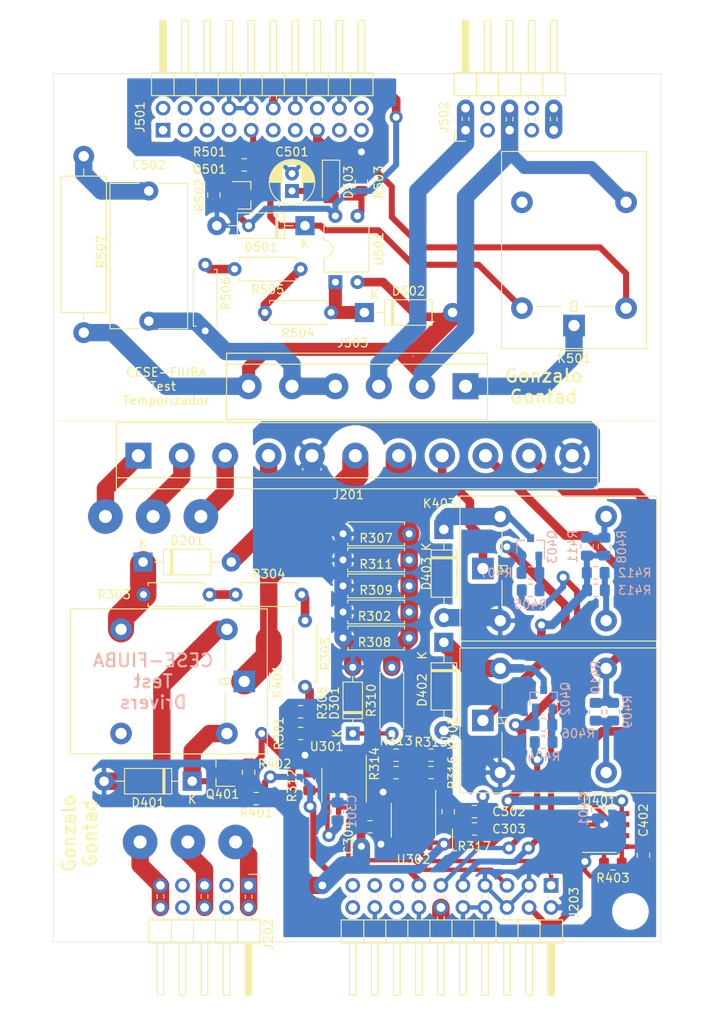
<source format=kicad_pcb>
(kicad_pcb (version 20171130) (host pcbnew "(5.1.4)-1")
  (layers (0 F.Cu signal) (31 B.Cu signal) (34 B.Paste user) (35 F.Paste user) (36 B.SilkS user) (37 F.SilkS user) (38 B.Mask user) (39 F.Mask user) (44 Edge.Cuts user))
  (net 0 "")
  (net 1 GNDA)
  (net 2 "Net-(C301-Pad1)")
  (net 3 "Net-(C302-Pad1)")
  (net 4 +12V)
  (net 5 "Net-(C402-Pad1)")
  (net 6 GNDS)
  (net 7 "Net-(C501-Pad1)")
  (net 8 "Net-(C502-Pad2)")
  (net 9 /ProbadorTemporizador/Carga)
  (net 10 "Net-(D201-Pad2)")
  (net 11 "/ProbadorDriver/(+)Driver_In")
  (net 12 "Net-(D301-Pad1)")
  (net 13 GND)
  (net 14 "Net-(D401-Pad1)")
  (net 15 "Net-(D402-Pad1)")
  (net 16 "Net-(D403-Pad1)")
  (net 17 "Net-(D501-Pad1)")
  (net 18 /ProbadorTemporizador/Out_Digital0)
  (net 19 GNDPWR)
  (net 20 /ProbadorDriver/In_N_220)
  (net 21 /ProbadorDriver/In_L_220)
  (net 22 "/ProbadorDriver/(+)Load")
  (net 23 "/ProbadorDriver/(-)Load")
  (net 24 "/ProbadorDriver/(+)R_Dimmer")
  (net 25 "/ProbadorDriver/(-)R_Dimmer")
  (net 26 "/ProbadorDriver/(+)V_Dimmer")
  (net 27 "Net-(J202-Pad8)")
  (net 28 "Net-(J202-Pad7)")
  (net 29 "Net-(J202-Pad4)")
  (net 30 "Net-(J202-Pad3)")
  (net 31 +3V3)
  (net 32 "Net-(J203-Pad19)")
  (net 33 "Net-(J203-Pad17)")
  (net 34 +5V)
  (net 35 "Net-(J203-Pad15)")
  (net 36 /ProbadorDriver/In_Digital2)
  (net 37 /ProbadorDriver/In_Digital1)
  (net 38 /ProbadorDriver/In_Digital0)
  (net 39 /ProbadorDriver/Out_Analog1)
  (net 40 /ProbadorDriver/In_Analog0)
  (net 41 /ProbadorDriver/Out_Analog0)
  (net 42 +3.3VA)
  (net 43 /ProbadorTemporizador/Out_Digital2)
  (net 44 /ProbadorTemporizador/Out_Digital1)
  (net 45 "Net-(J501-Pad16)")
  (net 46 /ProbadorTemporizador/In_Digital2)
  (net 47 +12VA)
  (net 48 /ProbadorTemporizador/In_Digital1)
  (net 49 /ProbadorTemporizador/In_Digital0)
  (net 50 "Net-(J501-Pad7)")
  (net 51 "Net-(J501-Pad6)")
  (net 52 "Net-(J501-Pad5)")
  (net 53 "Net-(J501-Pad4)")
  (net 54 "Net-(J501-Pad3)")
  (net 55 "Net-(J501-Pad2)")
  (net 56 "Net-(J501-Pad1)")
  (net 57 Earth)
  (net 58 "Net-(J502-Pad8)")
  (net 59 "Net-(J502-Pad7)")
  (net 60 /ProbadorTemporizador/In_N_220)
  (net 61 "Net-(J502-Pad4)")
  (net 62 "Net-(J502-Pad3)")
  (net 63 /ProbadorTemporizador/Fase)
  (net 64 /ProbadorTemporizador/Disparo)
  (net 65 "Net-(K401-Pad4)")
  (net 66 "Net-(K402-Pad1)")
  (net 67 "Net-(K403-Pad4)")
  (net 68 "Net-(K403-Pad3)")
  (net 69 "Net-(K501-Pad4)")
  (net 70 "Net-(Q401-Pad1)")
  (net 71 "Net-(Q402-Pad1)")
  (net 72 "Net-(Q403-Pad1)")
  (net 73 "Net-(Q501-Pad1)")
  (net 74 "Net-(R301-Pad1)")
  (net 75 "Net-(R303-Pad2)")
  (net 76 "Net-(R304-Pad2)")
  (net 77 "Net-(R312-Pad2)")
  (net 78 "Net-(R313-Pad2)")
  (net 79 "Net-(R315-Pad1)")
  (net 80 "Net-(R403-Pad2)")
  (net 81 "Net-(R504-Pad2)")
  (net 82 "Net-(R505-Pad2)")
  (net 83 "Net-(D502-Pad1)")
  (net 84 "Net-(K402-Pad3)")
  (module Diode_THT:D_DO-41_SOD81_P10.16mm_Horizontal (layer F.Cu) (at 99 66.5 180)
    (fp_text reference D501 (at 5.08 -2.47) (layer F.SilkS))
    (fp_text value 1N4007)
    (fp_text user K (at 0 -2.1) (layer F.SilkS))
    (pad 2 thru_hole oval (at 10.16 0 180) (size 2.2 2.2) (drill 1.1) (layers *.Cu *.Mask) (net 6 GNDS))
    (pad 1 thru_hole rect (at 0 0 180) (size 2.2 2.2) (drill 1.1) (layers *.Cu *.Mask) (net 17 "Net-(D501-Pad1)"))
  )
  (module Diode_THT:D_DO-41_SOD81_P10.16mm_Horizontal (layer F.Cu) (at 115 101.5 270)
    (fp_text reference D403 (at 5.08 2 90) (layer F.SilkS))
    (fp_text value 1N4007)
    (fp_text user K (at 2 2 90) (layer F.SilkS))
    (pad 2 thru_hole oval (at 10.16 0 270) (size 2.2 2.2) (drill 1.1) (layers *.Cu *.Mask) (net 13 GND))
    (pad 1 thru_hole rect (at 0 0 270) (size 2.2 2.2) (drill 1.1) (layers *.Cu *.Mask) (net 16 "Net-(D403-Pad1)"))
  )
  (module Diode_THT:D_DO-41_SOD81_P10.16mm_Horizontal (layer F.Cu) (at 115 114.5 270)
    (fp_text reference D402 (at 5.5 2.5 90) (layer F.SilkS))
    (fp_text value 1N4007)
    (fp_text user K (at 1.5 2.5 90) (layer F.SilkS))
    (pad 2 thru_hole oval (at 10.16 0 270) (size 2.2 2.2) (drill 1.1) (layers *.Cu *.Mask) (net 13 GND))
    (pad 1 thru_hole rect (at 0 0 270) (size 2.2 2.2) (drill 1.1) (layers *.Cu *.Mask) (net 15 "Net-(D402-Pad1)"))
  )
  (module Diode_THT:D_DO-41_SOD81_P10.16mm_Horizontal (layer F.Cu) (at 86 130.5 180)
    (fp_text reference D401 (at 5.08 -2.47) (layer F.SilkS))
    (fp_text value 1N4007)
    (fp_text user K (at 0 -2.1) (layer F.SilkS))
    (pad 2 thru_hole oval (at 10.16 0 180) (size 2.2 2.2) (drill 1.1) (layers *.Cu *.Mask) (net 13 GND))
    (pad 1 thru_hole rect (at 0 0 180) (size 2.2 2.2) (drill 1.1) (layers *.Cu *.Mask) (net 14 "Net-(D401-Pad1)"))
  )
  (module Connector_Wire:SolderWirePad_1x01_Drill1.5mm (layer F.Cu) (at 76 100)
    (fp_text reference REF** hide)
    (fp_text value SolderWirePad_1x01_Drill1.5mm)
    (pad 1 thru_hole circle (at 0 0) (size 4.0005 4.0005) (drill 1.50114) (layers *.Cu *.Mask) (net 19 GNDPWR))
  )
  (module Connector_Wire:SolderWirePad_1x01_Drill1.5mm (layer F.Cu) (at 81.5 100)
    (fp_text reference REF** hide)
    (fp_text value SolderWirePad_1x01_Drill1.5mm)
    (pad 1 thru_hole circle (at 0 0) (size 4.0005 4.0005) (drill 1.50114) (layers *.Cu *.Mask) (net 20 /ProbadorDriver/In_N_220))
  )
  (module Connector_Wire:SolderWirePad_1x01_Drill1.5mm (layer F.Cu) (at 87 100)
    (fp_text reference REF** hide)
    (fp_text value SolderWirePad_1x01_Drill1.5mm)
    (pad 1 thru_hole circle (at 0 0) (size 4.0005 4.0005) (drill 1.50114) (layers *.Cu *.Mask) (net 21 /ProbadorDriver/In_L_220))
  )
  (module Connector_Wire:SolderWirePad_1x01_Drill1.5mm (layer F.Cu) (at 91 137.5)
    (fp_text reference REF** hide)
    (fp_text value SolderWirePad_1x01_Drill1.5mm)
    (pad 1 thru_hole circle (at 0 0) (size 4.0005 4.0005) (drill 1.50114) (layers *.Cu *.Mask) (net 21 /ProbadorDriver/In_L_220))
  )
  (module Connector_Wire:SolderWirePad_1x01_Drill1.5mm (layer F.Cu) (at 85.5 137.5)
    (fp_text reference REF** hide)
    (fp_text value SolderWirePad_1x01_Drill1.5mm)
    (pad 1 thru_hole circle (at 0 0) (size 4.0005 4.0005) (drill 1.50114) (layers *.Cu *.Mask) (net 20 /ProbadorDriver/In_N_220))
  )
  (module Connector_Wire:SolderWirePad_1x01_Drill1.5mm (layer F.Cu) (at 80 137.5)
    (fp_text reference REF** hide)
    (fp_text value SolderWirePad_1x01_Drill1.5mm)
    (pad 1 thru_hole circle (at 0 0) (size 4.0005 4.0005) (drill 1.50114) (layers *.Cu *.Mask) (net 19 GNDPWR))
  )
  (module Resistor_SMD:R_0805_2012Metric_Pad1.15x1.40mm_HandSolder (layer F.Cu) (at 98.5 122.5 180)
    (fp_text reference R306 (at -2.5 1 90) (layer F.SilkS))
    (fp_text value "22K ")
    (pad 2 smd roundrect (at 1.025 0 180) (size 1.15 1.4) (layers F.Cu F.Paste F.Mask) (roundrect_rratio 0.217391) (net 1 GNDA))
    (pad 1 smd roundrect (at -1.025 0 180) (size 1.15 1.4) (layers F.Cu F.Paste F.Mask) (roundrect_rratio 0.217391) (net 74 "Net-(R301-Pad1)"))
  )
  (module Resistor_SMD:R_0805_2012Metric_Pad1.15x1.40mm_HandSolder (layer F.Cu) (at 98.5 125 180)
    (fp_text reference R301 (at 2.5 0 90) (layer F.SilkS))
    (fp_text value 220K)
    (pad 2 smd roundrect (at 1.025 0 180) (size 1.15 1.4) (layers F.Cu F.Paste F.Mask) (roundrect_rratio 0.217391) (net 1 GNDA))
    (pad 1 smd roundrect (at -1.025 0 180) (size 1.15 1.4) (layers F.Cu F.Paste F.Mask) (roundrect_rratio 0.217391) (net 74 "Net-(R301-Pad1)"))
  )
  (module Resistor_THT:R_Axial_DIN0207_L6.3mm_D2.5mm_P7.62mm_Horizontal (layer F.Cu) (at 111 105 180)
    (fp_text reference R311 (at 3.81 -0.5) (layer F.SilkS))
    (fp_text value "1ohm 1/4w")
    (pad 2 thru_hole oval (at 7.62 0 180) (size 1.6 1.6) (drill 0.8) (layers *.Cu *.Mask) (net 1 GNDA))
    (pad 1 thru_hole circle (at 0 0 180) (size 1.6 1.6) (drill 0.8) (layers *.Cu *.Mask) (net 23 "/ProbadorDriver/(-)Load"))
  )
  (module Resistor_THT:R_Axial_DIN0207_L6.3mm_D2.5mm_P7.62mm_Horizontal (layer F.Cu) (at 111 108 180)
    (fp_text reference R309 (at 3.81 -0.5) (layer F.SilkS))
    (fp_text value "1ohm 1/4w")
    (pad 2 thru_hole oval (at 7.62 0 180) (size 1.6 1.6) (drill 0.8) (layers *.Cu *.Mask) (net 1 GNDA))
    (pad 1 thru_hole circle (at 0 0 180) (size 1.6 1.6) (drill 0.8) (layers *.Cu *.Mask) (net 23 "/ProbadorDriver/(-)Load"))
  )
  (module Resistor_THT:R_Axial_DIN0207_L6.3mm_D2.5mm_P7.62mm_Horizontal (layer F.Cu) (at 111 114 180)
    (fp_text reference R308 (at 4 -0.5) (layer F.SilkS))
    (fp_text value "1ohm 1/4w")
    (pad 2 thru_hole oval (at 7.62 0 180) (size 1.6 1.6) (drill 0.8) (layers *.Cu *.Mask) (net 1 GNDA))
    (pad 1 thru_hole circle (at 0 0 180) (size 1.6 1.6) (drill 0.8) (layers *.Cu *.Mask) (net 23 "/ProbadorDriver/(-)Load"))
  )
  (module Resistor_THT:R_Axial_DIN0207_L6.3mm_D2.5mm_P7.62mm_Horizontal (layer F.Cu) (at 111 102 180)
    (fp_text reference R307 (at 3.81 -0.5) (layer F.SilkS))
    (fp_text value "1ohm 1/4w")
    (pad 2 thru_hole oval (at 7.62 0 180) (size 1.6 1.6) (drill 0.8) (layers *.Cu *.Mask) (net 1 GNDA))
    (pad 1 thru_hole circle (at 0 0 180) (size 1.6 1.6) (drill 0.8) (layers *.Cu *.Mask) (net 23 "/ProbadorDriver/(-)Load"))
  )
  (module Resistor_THT:R_Axial_DIN0207_L6.3mm_D2.5mm_P7.62mm_Horizontal (layer F.Cu) (at 111 111 180)
    (fp_text reference R302 (at 4 -0.5) (layer F.SilkS))
    (fp_text value "1ohm 1/4w")
    (pad 2 thru_hole oval (at 7.62 0 180) (size 1.6 1.6) (drill 0.8) (layers *.Cu *.Mask) (net 1 GNDA))
    (pad 1 thru_hole circle (at 0 0 180) (size 1.6 1.6) (drill 0.8) (layers *.Cu *.Mask) (net 23 "/ProbadorDriver/(-)Load"))
  )
  (module Diode_SMD:D_MiniMELF (layer F.Cu) (at 102 61.5 270)
    (fp_text reference D503 (at 0 -2 90) (layer F.SilkS))
    (fp_text value 1N4148)
    (pad 2 smd rect (at 1.75 0 270) (size 1.3 1.7) (layers F.Cu F.Paste F.Mask) (net 7 "Net-(C501-Pad1)"))
    (pad 1 smd rect (at -1.75 0 270) (size 1.3 1.7) (layers F.Cu F.Paste F.Mask) (net 18 /ProbadorTemporizador/Out_Digital0))
  )
  (module Resistor_THT:R_Axial_DIN0207_L6.3mm_D2.5mm_P7.62mm_Horizontal (layer F.Cu) (at 87.5 71 270)
    (fp_text reference R506 (at 3.31 -2.37 90) (layer F.SilkS))
    (fp_text value "22K 1/4w (carbón)")
    (pad 2 thru_hole oval (at 7.62 0 270) (size 1.6 1.6) (drill 0.8) (layers *.Cu *.Mask) (net 9 /ProbadorTemporizador/Carga))
    (pad 1 thru_hole circle (at 0 0 270) (size 1.6 1.6) (drill 0.8) (layers *.Cu *.Mask) (net 82 "Net-(R505-Pad2)"))
  )
  (module Resistor_THT:R_Axial_DIN0207_L6.3mm_D2.5mm_P7.62mm_Horizontal (layer F.Cu) (at 98.5 71.5 180)
    (fp_text reference R505 (at 3.81 -2.37) (layer F.SilkS))
    (fp_text value "22K 1/4w (carbón)")
    (pad 2 thru_hole oval (at 7.62 0 180) (size 1.6 1.6) (drill 0.8) (layers *.Cu *.Mask) (net 82 "Net-(R505-Pad2)"))
    (pad 1 thru_hole circle (at 0 0 180) (size 1.6 1.6) (drill 0.8) (layers *.Cu *.Mask) (net 81 "Net-(R504-Pad2)"))
  )
  (module Resistor_THT:R_Axial_DIN0207_L6.3mm_D2.5mm_P7.62mm_Horizontal (layer F.Cu) (at 102 76.5 180)
    (fp_text reference R504 (at 3.81 -2.37) (layer F.SilkS))
    (fp_text value "22K 1/4w (carbón)")
    (pad 2 thru_hole oval (at 7.62 0 180) (size 1.6 1.6) (drill 0.8) (layers *.Cu *.Mask) (net 81 "Net-(R504-Pad2)"))
    (pad 1 thru_hole circle (at 0 0 180) (size 1.6 1.6) (drill 0.8) (layers *.Cu *.Mask) (net 83 "Net-(D502-Pad1)"))
  )
  (module Resistor_THT:R_Axial_DIN0207_L6.3mm_D2.5mm_P7.62mm_Horizontal (layer F.Cu) (at 109 125 90)
    (fp_text reference R310 (at 3.81 -2.37 90) (layer F.SilkS))
    (fp_text value "220 1/4w")
    (pad 2 thru_hole oval (at 7.62 0 90) (size 1.6 1.6) (drill 0.8) (layers *.Cu *.Mask) (net 23 "/ProbadorDriver/(-)Load"))
    (pad 1 thru_hole circle (at 0 0 90) (size 1.6 1.6) (drill 0.8) (layers *.Cu *.Mask) (net 12 "Net-(D301-Pad1)"))
  )
  (module Resistor_THT:R_Axial_DIN0207_L6.3mm_D2.5mm_P7.62mm_Horizontal (layer F.Cu) (at 99 112 270)
    (fp_text reference R305 (at 3.81 -2.37 90) (layer F.SilkS))
    (fp_text value " 330K 1/4w (carbón)")
    (pad 2 thru_hole oval (at 7.62 0 270) (size 1.6 1.6) (drill 0.8) (layers *.Cu *.Mask) (net 74 "Net-(R301-Pad1)"))
    (pad 1 thru_hole circle (at 0 0 270) (size 1.6 1.6) (drill 0.8) (layers *.Cu *.Mask) (net 76 "Net-(R304-Pad2)"))
  )
  (module Resistor_THT:R_Axial_DIN0207_L6.3mm_D2.5mm_P7.62mm_Horizontal (layer F.Cu) (at 91 109)
    (fp_text reference R304 (at 3.81 -2.37) (layer F.SilkS))
    (fp_text value " 330K 1/4w (carbón)")
    (pad 2 thru_hole oval (at 7.62 0) (size 1.6 1.6) (drill 0.8) (layers *.Cu *.Mask) (net 76 "Net-(R304-Pad2)"))
    (pad 1 thru_hole circle (at 0 0) (size 1.6 1.6) (drill 0.8) (layers *.Cu *.Mask) (net 75 "Net-(R303-Pad2)"))
  )
  (module Resistor_THT:R_Axial_DIN0207_L6.3mm_D2.5mm_P7.62mm_Horizontal (layer F.Cu) (at 80.38 109)
    (fp_text reference R303 (at -3.38 0) (layer F.SilkS))
    (fp_text value " 330K 1/4w (carbón)")
    (pad 2 thru_hole oval (at 7.62 0) (size 1.6 1.6) (drill 0.8) (layers *.Cu *.Mask) (net 75 "Net-(R303-Pad2)"))
    (pad 1 thru_hole circle (at 0 0) (size 1.6 1.6) (drill 0.8) (layers *.Cu *.Mask) (net 11 "/ProbadorDriver/(+)Driver_In"))
  )
  (module MountingHole:MountingHole_3.2mm_M3 (layer F.Cu) (at 136.5 145.5)
    (fp_text reference H504 hide)
    (fp_text value MountingHole)
    (pad 1 np_thru_hole circle (at 0 0) (size 3.2 3.2) (drill 3.2) (layers *.Cu *.Mask))
  )
  (module MountingHole:MountingHole_3.2mm_M3 (layer F.Cu) (at 136.5 92.5)
    (fp_text reference H503 hide)
    (fp_text value MountingHole)
    (pad 1 np_thru_hole circle (at 0 0) (size 3.2 3.2) (drill 3.2) (layers *.Cu *.Mask))
  )
  (module MountingHole:MountingHole_3.2mm_M3 (layer F.Cu) (at 73.5 145.5)
    (fp_text reference H502 hide)
    (fp_text value MountingHole)
    (pad 1 np_thru_hole circle (at 0 0) (size 3.2 3.2) (drill 3.2) (layers *.Cu *.Mask))
  )
  (module MountingHole:MountingHole_3.2mm_M3 (layer F.Cu) (at 73.5 92.5)
    (fp_text reference H501 hide)
    (fp_text value MountingHole)
    (pad 1 np_thru_hole circle (at 0 0) (size 3.2 3.2) (drill 3.2) (layers *.Cu *.Mask))
  )
  (module MountingHole:MountingHole_3.2mm_M3 (layer F.Cu) (at 136.5 85.5)
    (fp_text reference H204 hide)
    (fp_text value MountingHole)
    (pad 1 np_thru_hole circle (at 0 0) (size 3.2 3.2) (drill 3.2) (layers *.Cu *.Mask))
  )
  (module MountingHole:MountingHole_3.2mm_M3 (layer F.Cu) (at 136.5 52.5)
    (fp_text reference H203 hide)
    (fp_text value MountingHole)
    (pad 1 np_thru_hole circle (at 0 0) (size 3.2 3.2) (drill 3.2) (layers *.Cu *.Mask))
  )
  (module MountingHole:MountingHole_3.2mm_M3 (layer F.Cu) (at 73.5 85.5)
    (fp_text reference H202 hide)
    (fp_text value MountingHole)
    (pad 1 np_thru_hole circle (at 0 0) (size 3.2 3.2) (drill 3.2) (layers *.Cu *.Mask))
  )
  (module MountingHole:MountingHole_3.2mm_M3 (layer F.Cu) (at 73.5 52.5)
    (fp_text reference H201 hide)
    (fp_text value MountingHole)
    (pad 1 np_thru_hole circle (at 0 0) (size 3.2 3.2) (drill 3.2) (layers *.Cu *.Mask))
  )
  (module Package_DIP:DIP-4_W7.62mm (layer F.Cu) (at 102.5 73 90)
    (fp_text reference U501 (at 3.81 5 90) (layer F.SilkS))
    (fp_text value PC817)
    (pad 4 thru_hole oval (at 7.62 0 90) (size 1.6 1.6) (drill 0.8) (layers *.Cu *.Mask) (net 47 +12VA))
    (pad 2 thru_hole oval (at 0 2.54 90) (size 1.6 1.6) (drill 0.8) (layers *.Cu *.Mask) (net 60 /ProbadorTemporizador/In_N_220))
    (pad 3 thru_hole oval (at 7.62 2.54 90) (size 1.6 1.6) (drill 0.8) (layers *.Cu *.Mask) (net 7 "Net-(C501-Pad1)"))
    (pad 1 thru_hole rect (at 0 0 90) (size 1.6 1.6) (drill 0.8) (layers *.Cu *.Mask) (net 83 "Net-(D502-Pad1)"))
  )
  (module Package_SO:SO-8_3.9x4.9mm_P1.27mm (layer F.Cu) (at 132.925 136.135)
    (fp_text reference U401 (at 0 -3.4) (layer F.SilkS))
    (fp_text value LM2904)
    (pad 8 smd roundrect (at 2.575 -1.905) (size 1.75 0.6) (layers F.Cu F.Paste F.Mask) (net 4 +12V))
    (pad 7 smd roundrect (at 2.575 -0.635) (size 1.75 0.6) (layers F.Cu F.Paste F.Mask) (net 26 "/ProbadorDriver/(+)V_Dimmer"))
    (pad 6 smd roundrect (at 2.575 0.635) (size 1.75 0.6) (layers F.Cu F.Paste F.Mask) (net 26 "/ProbadorDriver/(+)V_Dimmer"))
    (pad 5 smd roundrect (at 2.575 1.905) (size 1.75 0.6) (layers F.Cu F.Paste F.Mask) (net 5 "Net-(C402-Pad1)"))
    (pad 4 smd roundrect (at -2.575 1.905) (size 1.75 0.6) (layers F.Cu F.Paste F.Mask) (net 1 GNDA))
    (pad 3 smd roundrect (at -2.575 0.635) (size 1.75 0.6) (layers F.Cu F.Paste F.Mask) (net 40 /ProbadorDriver/In_Analog0))
    (pad 2 smd roundrect (at -2.575 -0.635) (size 1.75 0.6) (layers F.Cu F.Paste F.Mask) (net 80 "Net-(R403-Pad2)"))
    (pad 1 smd roundrect (at -2.575 -1.905) (size 1.75 0.6) (layers F.Cu F.Paste F.Mask) (net 80 "Net-(R403-Pad2)"))
  )
  (module Package_SO:SO-8_3.9x4.9mm_P1.27mm (layer F.Cu) (at 111.5 135 270)
    (fp_text reference U302 (at 4.5 0 180) (layer F.SilkS))
    (fp_text value LM2904)
    (pad 8 smd roundrect (at 2.575 -1.905 270) (size 1.75 0.6) (layers F.Cu F.Paste F.Mask) (net 4 +12V))
    (pad 7 smd roundrect (at 2.575 -0.635 270) (size 1.75 0.6) (layers F.Cu F.Paste F.Mask) (net 41 /ProbadorDriver/Out_Analog0))
    (pad 6 smd roundrect (at 2.575 0.635 270) (size 1.75 0.6) (layers F.Cu F.Paste F.Mask) (net 41 /ProbadorDriver/Out_Analog0))
    (pad 5 smd roundrect (at 2.575 1.905 270) (size 1.75 0.6) (layers F.Cu F.Paste F.Mask) (net 3 "Net-(C302-Pad1)"))
    (pad 4 smd roundrect (at -2.575 1.905 270) (size 1.75 0.6) (layers F.Cu F.Paste F.Mask) (net 1 GNDA))
    (pad 3 smd roundrect (at -2.575 0.635 270) (size 1.75 0.6) (layers F.Cu F.Paste F.Mask) (net 12 "Net-(D301-Pad1)"))
    (pad 2 smd roundrect (at -2.575 -0.635 270) (size 1.75 0.6) (layers F.Cu F.Paste F.Mask) (net 78 "Net-(R313-Pad2)"))
    (pad 1 smd roundrect (at -2.575 -1.905 270) (size 1.75 0.6) (layers F.Cu F.Paste F.Mask) (net 79 "Net-(R315-Pad1)"))
  )
  (module Package_SO:SO-8_3.9x4.9mm_P1.27mm (layer F.Cu) (at 103.5 130.95 270)
    (fp_text reference U301 (at -4.45 2 180) (layer F.SilkS))
    (fp_text value LM2904)
    (pad 8 smd roundrect (at 2.575 -1.905 270) (size 1.75 0.6) (layers F.Cu F.Paste F.Mask) (net 4 +12V))
    (pad 7 smd roundrect (at 2.575 -0.635 270) (size 1.75 0.6) (layers F.Cu F.Paste F.Mask) (net 39 /ProbadorDriver/Out_Analog1))
    (pad 6 smd roundrect (at 2.575 0.635 270) (size 1.75 0.6) (layers F.Cu F.Paste F.Mask) (net 39 /ProbadorDriver/Out_Analog1))
    (pad 5 smd roundrect (at 2.575 1.905 270) (size 1.75 0.6) (layers F.Cu F.Paste F.Mask) (net 2 "Net-(C301-Pad1)"))
    (pad 4 smd roundrect (at -2.575 1.905 270) (size 1.75 0.6) (layers F.Cu F.Paste F.Mask) (net 1 GNDA))
    (pad 3 smd roundrect (at -2.575 0.635 270) (size 1.75 0.6) (layers F.Cu F.Paste F.Mask) (net 74 "Net-(R301-Pad1)"))
    (pad 2 smd roundrect (at -2.575 -0.635 270) (size 1.75 0.6) (layers F.Cu F.Paste F.Mask) (net 77 "Net-(R312-Pad2)"))
    (pad 1 smd roundrect (at -2.575 -1.905 270) (size 1.75 0.6) (layers F.Cu F.Paste F.Mask) (net 77 "Net-(R312-Pad2)"))
  )
  (module Resistor_THT:R_Axial_DIN0516_L15.5mm_D5.0mm_P20.32mm_Horizontal (layer F.Cu) (at 73.5 58.5 270)
    (fp_text reference R507 (at 11 -2 90) (layer F.SilkS))
    (fp_text value "270 2w")
    (pad 2 thru_hole oval (at 20.32 0 270) (size 2.4 2.4) (drill 1.2) (layers *.Cu *.Mask) (net 60 /ProbadorTemporizador/In_N_220))
    (pad 1 thru_hole circle (at 0 0 270) (size 2.4 2.4) (drill 1.2) (layers *.Cu *.Mask) (net 8 "Net-(C502-Pad2)"))
  )
  (module Resistor_SMD:R_0805_2012Metric_Pad1.15x1.40mm_HandSolder (layer F.Cu) (at 105.5 61.475 90)
    (fp_text reference R503 (at -0.025 2 90) (layer F.SilkS))
    (fp_text value 10K)
    (pad 2 smd roundrect (at 1.025 0 90) (size 1.15 1.4) (layers F.Cu F.Paste F.Mask) (roundrect_rratio 0.217391) (net 6 GNDS))
    (pad 1 smd roundrect (at -1.025 0 90) (size 1.15 1.4) (layers F.Cu F.Paste F.Mask) (roundrect_rratio 0.217391) (net 7 "Net-(C501-Pad1)"))
  )
  (module Resistor_SMD:R_0805_2012Metric_Pad1.15x1.40mm_HandSolder (layer F.Cu) (at 88.5 62.975 90)
    (fp_text reference R502 (at 0 -1.65 90) (layer F.SilkS))
    (fp_text value 1M)
    (pad 2 smd roundrect (at 1.025 0 90) (size 1.15 1.4) (layers F.Cu F.Paste F.Mask) (roundrect_rratio 0.217391) (net 73 "Net-(Q501-Pad1)"))
    (pad 1 smd roundrect (at -1.025 0 90) (size 1.15 1.4) (layers F.Cu F.Paste F.Mask) (roundrect_rratio 0.217391) (net 47 +12VA))
  )
  (module Resistor_SMD:R_0805_2012Metric_Pad1.15x1.40mm_HandSolder (layer F.Cu) (at 92 59.5 180)
    (fp_text reference R501 (at 4 1.5) (layer F.SilkS))
    (fp_text value 10k)
    (pad 2 smd roundrect (at 1.025 0 180) (size 1.15 1.4) (layers F.Cu F.Paste F.Mask) (roundrect_rratio 0.217391) (net 73 "Net-(Q501-Pad1)"))
    (pad 1 smd roundrect (at -1.025 0 180) (size 1.15 1.4) (layers F.Cu F.Paste F.Mask) (roundrect_rratio 0.217391) (net 49 /ProbadorTemporizador/In_Digital0))
  )
  (module Resistor_SMD:R_0805_2012Metric_Pad1.15x1.40mm_HandSolder (layer B.Cu) (at 132.525 108.5 180)
    (fp_text reference R413 (at -4.475 0) (layer B.SilkS) (effects (justify mirror)))
    (fp_text value RA)
    (pad 2 smd roundrect (at 1.025 0 180) (size 1.15 1.4) (layers B.Cu B.Paste B.Mask) (roundrect_rratio 0.217391) (net 66 "Net-(K402-Pad1)"))
    (pad 1 smd roundrect (at -1.025 0 180) (size 1.15 1.4) (layers B.Cu B.Paste B.Mask) (roundrect_rratio 0.217391) (net 68 "Net-(K403-Pad3)"))
  )
  (module Resistor_SMD:R_0805_2012Metric_Pad1.15x1.40mm_HandSolder (layer B.Cu) (at 132.5 106.5 180)
    (fp_text reference R412 (at -4.5 0) (layer B.SilkS) (effects (justify mirror)))
    (fp_text value 10k)
    (pad 2 smd roundrect (at 1.025 0 180) (size 1.15 1.4) (layers B.Cu B.Paste B.Mask) (roundrect_rratio 0.217391) (net 66 "Net-(K402-Pad1)"))
    (pad 1 smd roundrect (at -1.025 0 180) (size 1.15 1.4) (layers B.Cu B.Paste B.Mask) (roundrect_rratio 0.217391) (net 68 "Net-(K403-Pad3)"))
  )
  (module Resistor_SMD:R_0805_2012Metric_Pad1.15x1.40mm_HandSolder (layer B.Cu) (at 131.5 103.475 270)
    (fp_text reference R411 (at 0 1.65 270) (layer B.SilkS) (effects (justify mirror)))
    (fp_text value 100K)
    (pad 2 smd roundrect (at 1.025 0 270) (size 1.15 1.4) (layers B.Cu B.Paste B.Mask) (roundrect_rratio 0.217391) (net 66 "Net-(K402-Pad1)"))
    (pad 1 smd roundrect (at -1.025 0 270) (size 1.15 1.4) (layers B.Cu B.Paste B.Mask) (roundrect_rratio 0.217391) (net 67 "Net-(K403-Pad4)"))
  )
  (module Resistor_SMD:R_0805_2012Metric_Pad1.15x1.40mm_HandSolder (layer B.Cu) (at 132.5 122.5 90)
    (fp_text reference R410 (at 4 0 270) (layer B.SilkS) (effects (justify mirror)))
    (fp_text value 100k)
    (pad 2 smd roundrect (at 1.025 0 90) (size 1.15 1.4) (layers B.Cu B.Paste B.Mask) (roundrect_rratio 0.217391) (net 25 "/ProbadorDriver/(-)R_Dimmer"))
    (pad 1 smd roundrect (at -1.025 0 90) (size 1.15 1.4) (layers B.Cu B.Paste B.Mask) (roundrect_rratio 0.217391) (net 84 "Net-(K402-Pad3)"))
  )
  (module Resistor_SMD:R_0805_2012Metric_Pad1.15x1.40mm_HandSolder (layer B.Cu) (at 134.5 122.5 90)
    (fp_text reference R409 (at 0 1.65 270) (layer B.SilkS) (effects (justify mirror)))
    (fp_text value 100K)
    (pad 2 smd roundrect (at 1.025 0 90) (size 1.15 1.4) (layers B.Cu B.Paste B.Mask) (roundrect_rratio 0.217391) (net 25 "/ProbadorDriver/(-)R_Dimmer"))
    (pad 1 smd roundrect (at -1.025 0 90) (size 1.15 1.4) (layers B.Cu B.Paste B.Mask) (roundrect_rratio 0.217391) (net 84 "Net-(K402-Pad3)"))
  )
  (module Resistor_SMD:R_0805_2012Metric_Pad1.15x1.40mm_HandSolder (layer B.Cu) (at 133.5 103.475 270)
    (fp_text reference R408 (at 0.025 -2 270) (layer B.SilkS) (effects (justify mirror)))
    (fp_text value 100k)
    (pad 2 smd roundrect (at 1.025 0 270) (size 1.15 1.4) (layers B.Cu B.Paste B.Mask) (roundrect_rratio 0.217391) (net 66 "Net-(K402-Pad1)"))
    (pad 1 smd roundrect (at -1.025 0 270) (size 1.15 1.4) (layers B.Cu B.Paste B.Mask) (roundrect_rratio 0.217391) (net 67 "Net-(K403-Pad4)"))
  )
  (module Resistor_SMD:R_0805_2012Metric_Pad1.15x1.40mm_HandSolder (layer B.Cu) (at 124.975 106.5)
    (fp_text reference R407 (at -3.975 0) (layer B.SilkS) (effects (justify mirror)))
    (fp_text value 1M)
    (pad 2 smd roundrect (at 1.025 0) (size 1.15 1.4) (layers B.Cu B.Paste B.Mask) (roundrect_rratio 0.217391) (net 72 "Net-(Q403-Pad1)"))
    (pad 1 smd roundrect (at -1.025 0) (size 1.15 1.4) (layers B.Cu B.Paste B.Mask) (roundrect_rratio 0.217391) (net 4 +12V))
  )
  (module Resistor_SMD:R_0805_2012Metric_Pad1.15x1.40mm_HandSolder (layer B.Cu) (at 126.475 124)
    (fp_text reference R406 (at 4.025 1) (layer B.SilkS) (effects (justify mirror)))
    (fp_text value 1M)
    (pad 2 smd roundrect (at 1.025 0) (size 1.15 1.4) (layers B.Cu B.Paste B.Mask) (roundrect_rratio 0.217391) (net 71 "Net-(Q402-Pad1)"))
    (pad 1 smd roundrect (at -1.025 0) (size 1.15 1.4) (layers B.Cu B.Paste B.Mask) (roundrect_rratio 0.217391) (net 4 +12V))
  )
  (module Resistor_SMD:R_0805_2012Metric_Pad1.15x1.40mm_HandSolder (layer B.Cu) (at 125 108.5)
    (fp_text reference R405 (at 0 1.65) (layer B.SilkS) (effects (justify mirror)))
    (fp_text value 10k)
    (pad 2 smd roundrect (at 1.025 0) (size 1.15 1.4) (layers B.Cu B.Paste B.Mask) (roundrect_rratio 0.217391) (net 72 "Net-(Q403-Pad1)"))
    (pad 1 smd roundrect (at -1.025 0) (size 1.15 1.4) (layers B.Cu B.Paste B.Mask) (roundrect_rratio 0.217391) (net 38 /ProbadorDriver/In_Digital0))
  )
  (module Resistor_SMD:R_0805_2012Metric_Pad1.15x1.40mm_HandSolder (layer B.Cu) (at 126.5 126)
    (fp_text reference R404 (at 0 1.65) (layer B.SilkS) (effects (justify mirror)))
    (fp_text value 10k)
    (pad 2 smd roundrect (at 1.025 0) (size 1.15 1.4) (layers B.Cu B.Paste B.Mask) (roundrect_rratio 0.217391) (net 71 "Net-(Q402-Pad1)"))
    (pad 1 smd roundrect (at -1.025 0) (size 1.15 1.4) (layers B.Cu B.Paste B.Mask) (roundrect_rratio 0.217391) (net 37 /ProbadorDriver/In_Digital1))
  )
  (module Resistor_SMD:R_0805_2012Metric_Pad1.15x1.40mm_HandSolder (layer F.Cu) (at 134.475 140 180)
    (fp_text reference R403 (at 0 -1.65) (layer F.SilkS))
    (fp_text value 10k)
    (pad 2 smd roundrect (at 1.025 0 180) (size 1.15 1.4) (layers F.Cu F.Paste F.Mask) (roundrect_rratio 0.217391) (net 80 "Net-(R403-Pad2)"))
    (pad 1 smd roundrect (at -1.025 0 180) (size 1.15 1.4) (layers F.Cu F.Paste F.Mask) (roundrect_rratio 0.217391) (net 5 "Net-(C402-Pad1)"))
  )
  (module Resistor_SMD:R_0805_2012Metric_Pad1.15x1.40mm_HandSolder (layer F.Cu) (at 92.5 129.475 270)
    (fp_text reference R402 (at -0.975 -3 180) (layer F.SilkS))
    (fp_text value 1M)
    (pad 2 smd roundrect (at 1.025 0 270) (size 1.15 1.4) (layers F.Cu F.Paste F.Mask) (roundrect_rratio 0.217391) (net 70 "Net-(Q401-Pad1)"))
    (pad 1 smd roundrect (at -1.025 0 270) (size 1.15 1.4) (layers F.Cu F.Paste F.Mask) (roundrect_rratio 0.217391) (net 4 +12V))
  )
  (module Resistor_SMD:R_0805_2012Metric_Pad1.15x1.40mm_HandSolder (layer F.Cu) (at 93.375 132.5 180)
    (fp_text reference R401 (at 0 -1.65) (layer F.SilkS))
    (fp_text value 10k)
    (pad 2 smd roundrect (at 1.025 0 180) (size 1.15 1.4) (layers F.Cu F.Paste F.Mask) (roundrect_rratio 0.217391) (net 70 "Net-(Q401-Pad1)"))
    (pad 1 smd roundrect (at -1.025 0 180) (size 1.15 1.4) (layers F.Cu F.Paste F.Mask) (roundrect_rratio 0.217391) (net 36 /ProbadorDriver/In_Digital2))
  )
  (module Resistor_SMD:R_0805_2012Metric_Pad1.15x1.40mm_HandSolder (layer F.Cu) (at 115.5 134 90)
    (fp_text reference R317 (at -4 3 180) (layer F.SilkS))
    (fp_text value 10k)
    (pad 2 smd roundrect (at 1.025 0 90) (size 1.15 1.4) (layers F.Cu F.Paste F.Mask) (roundrect_rratio 0.217391) (net 79 "Net-(R315-Pad1)"))
    (pad 1 smd roundrect (at -1.025 0 90) (size 1.15 1.4) (layers F.Cu F.Paste F.Mask) (roundrect_rratio 0.217391) (net 3 "Net-(C302-Pad1)"))
  )
  (module Resistor_SMD:R_0805_2012Metric_Pad1.15x1.40mm_HandSolder (layer F.Cu) (at 113.525 129.5 180)
    (fp_text reference R316 (at -2.475 0 90) (layer F.SilkS))
    (fp_text value 150k)
    (pad 2 smd roundrect (at 1.025 0 180) (size 1.15 1.4) (layers F.Cu F.Paste F.Mask) (roundrect_rratio 0.217391) (net 78 "Net-(R313-Pad2)"))
    (pad 1 smd roundrect (at -1.025 0 180) (size 1.15 1.4) (layers F.Cu F.Paste F.Mask) (roundrect_rratio 0.217391) (net 79 "Net-(R315-Pad1)"))
  )
  (module Resistor_SMD:R_0805_2012Metric_Pad1.15x1.40mm_HandSolder (layer F.Cu) (at 113.525 127.5 180)
    (fp_text reference R315 (at 0 1.5) (layer F.SilkS))
    (fp_text value 22k)
    (pad 2 smd roundrect (at 1.025 0 180) (size 1.15 1.4) (layers F.Cu F.Paste F.Mask) (roundrect_rratio 0.217391) (net 78 "Net-(R313-Pad2)"))
    (pad 1 smd roundrect (at -1.025 0 180) (size 1.15 1.4) (layers F.Cu F.Paste F.Mask) (roundrect_rratio 0.217391) (net 79 "Net-(R315-Pad1)"))
  )
  (module Resistor_SMD:R_0805_2012Metric_Pad1.15x1.40mm_HandSolder (layer F.Cu) (at 109.5 129.5)
    (fp_text reference R314 (at -2.5 -1 90) (layer F.SilkS))
    (fp_text value 1k)
    (pad 2 smd roundrect (at 1.025 0) (size 1.15 1.4) (layers F.Cu F.Paste F.Mask) (roundrect_rratio 0.217391) (net 78 "Net-(R313-Pad2)"))
    (pad 1 smd roundrect (at -1.025 0) (size 1.15 1.4) (layers F.Cu F.Paste F.Mask) (roundrect_rratio 0.217391) (net 1 GNDA))
  )
  (module Resistor_SMD:R_0805_2012Metric_Pad1.15x1.40mm_HandSolder (layer F.Cu) (at 109.5 127.5)
    (fp_text reference R313 (at 0 -1.65) (layer F.SilkS))
    (fp_text value RA)
    (pad 2 smd roundrect (at 1.025 0) (size 1.15 1.4) (layers F.Cu F.Paste F.Mask) (roundrect_rratio 0.217391) (net 78 "Net-(R313-Pad2)"))
    (pad 1 smd roundrect (at -1.025 0) (size 1.15 1.4) (layers F.Cu F.Paste F.Mask) (roundrect_rratio 0.217391) (net 1 GNDA))
  )
  (module Resistor_SMD:R_0805_2012Metric_Pad1.15x1.40mm_HandSolder (layer F.Cu) (at 99.5 130.525 90)
    (fp_text reference R312 (at -0.475 -2 90) (layer F.SilkS))
    (fp_text value 10k)
    (pad 2 smd roundrect (at 1.025 0 90) (size 1.15 1.4) (layers F.Cu F.Paste F.Mask) (roundrect_rratio 0.217391) (net 77 "Net-(R312-Pad2)"))
    (pad 1 smd roundrect (at -1.025 0 90) (size 1.15 1.4) (layers F.Cu F.Paste F.Mask) (roundrect_rratio 0.217391) (net 2 "Net-(C301-Pad1)"))
  )
  (module Package_TO_SOT_SMD:SOT-23 (layer F.Cu) (at 92 63)
    (fp_text reference Q501 (at -4 -3) (layer F.SilkS))
    (fp_text value BC857)
    (pad 3 smd rect (at 1 0) (size 0.9 0.8) (layers F.Cu F.Paste F.Mask) (net 17 "Net-(D501-Pad1)"))
    (pad 2 smd rect (at -1 0.95) (size 0.9 0.8) (layers F.Cu F.Paste F.Mask) (net 47 +12VA))
    (pad 1 smd rect (at -1 -0.95) (size 0.9 0.8) (layers F.Cu F.Paste F.Mask) (net 73 "Net-(Q501-Pad1)"))
  )
  (module Package_TO_SOT_SMD:SOT-23 (layer B.Cu) (at 125 103.5 90)
    (fp_text reference Q403 (at 0 2.5 270) (layer B.SilkS) (effects (justify mirror)))
    (fp_text value BC857)
    (pad 3 smd rect (at 1 0 90) (size 0.9 0.8) (layers B.Cu B.Paste B.Mask) (net 16 "Net-(D403-Pad1)"))
    (pad 2 smd rect (at -1 -0.95 90) (size 0.9 0.8) (layers B.Cu B.Paste B.Mask) (net 4 +12V))
    (pad 1 smd rect (at -1 0.95 90) (size 0.9 0.8) (layers B.Cu B.Paste B.Mask) (net 72 "Net-(Q403-Pad1)"))
  )
  (module Package_TO_SOT_SMD:SOT-23 (layer B.Cu) (at 126.5 121 90)
    (fp_text reference Q402 (at 0 2.5 270) (layer B.SilkS) (effects (justify mirror)))
    (fp_text value BC857)
    (pad 3 smd rect (at 1 0 90) (size 0.9 0.8) (layers B.Cu B.Paste B.Mask) (net 15 "Net-(D402-Pad1)"))
    (pad 2 smd rect (at -1 -0.95 90) (size 0.9 0.8) (layers B.Cu B.Paste B.Mask) (net 4 +12V))
    (pad 1 smd rect (at -1 0.95 90) (size 0.9 0.8) (layers B.Cu B.Paste B.Mask) (net 71 "Net-(Q402-Pad1)"))
  )
  (module Package_TO_SOT_SMD:SOT-23 (layer F.Cu) (at 89.5 129.5 180)
    (fp_text reference Q401 (at 0 -2.5) (layer F.SilkS))
    (fp_text value BC857)
    (pad 3 smd rect (at 1 0 180) (size 0.9 0.8) (layers F.Cu F.Paste F.Mask) (net 14 "Net-(D401-Pad1)"))
    (pad 2 smd rect (at -1 0.95 180) (size 0.9 0.8) (layers F.Cu F.Paste F.Mask) (net 4 +12V))
    (pad 1 smd rect (at -1 -0.95 180) (size 0.9 0.8) (layers F.Cu F.Paste F.Mask) (net 70 "Net-(Q401-Pad1)"))
  )
  (module Relay_THT:Relay_SPDT_Omron-G5LE-1 (layer F.Cu) (at 130 78 180)
    (fp_text reference K501 (at 0 -3.8) (layer F.SilkS))
    (fp_text value G5LE-1)
    (pad 5 thru_hole oval (at 6 2 180) (size 2.5 2.5) (drill 1.3) (layers *.Cu *.Mask) (net 17 "Net-(D501-Pad1)"))
    (pad 4 thru_hole oval (at 6 14.2 180) (size 2.5 2.5) (drill 1.3) (layers *.Cu *.Mask) (net 69 "Net-(K501-Pad4)"))
    (pad 3 thru_hole oval (at -6 14.2 180) (size 2.5 2.5) (drill 1.3) (layers *.Cu *.Mask) (net 60 /ProbadorTemporizador/In_N_220))
    (pad 2 thru_hole oval (at -6 2 180) (size 2.5 2.5) (drill 1.3) (layers *.Cu *.Mask) (net 6 GNDS))
    (pad 1 thru_hole rect (at 0 0 180) (size 2.5 2.5) (drill 1.3) (layers *.Cu *.Mask) (net 64 /ProbadorTemporizador/Disparo))
  )
  (module Relay_THT:Relay_SPDT_Omron-G5LE-1 (layer F.Cu) (at 119.5 106 90)
    (fp_text reference K403 (at 7.5 -5 180) (layer F.SilkS))
    (fp_text value G5LE-1)
    (pad 5 thru_hole oval (at 6 2 90) (size 2.5 2.5) (drill 1.3) (layers *.Cu *.Mask) (net 16 "Net-(D403-Pad1)"))
    (pad 4 thru_hole oval (at 6 14.2 90) (size 2.5 2.5) (drill 1.3) (layers *.Cu *.Mask) (net 67 "Net-(K403-Pad4)"))
    (pad 3 thru_hole oval (at -6 14.2 90) (size 2.5 2.5) (drill 1.3) (layers *.Cu *.Mask) (net 68 "Net-(K403-Pad3)"))
    (pad 2 thru_hole oval (at -6 2 90) (size 2.5 2.5) (drill 1.3) (layers *.Cu *.Mask) (net 13 GND))
    (pad 1 thru_hole rect (at 0 0 90) (size 2.5 2.5) (drill 1.3) (layers *.Cu *.Mask) (net 24 "/ProbadorDriver/(+)R_Dimmer"))
  )
  (module Relay_THT:Relay_SPDT_Omron-G5LE-1 (layer F.Cu) (at 119.5 123.5 90)
    (fp_text reference K402 (at -1.5 -3.5 90) (layer F.SilkS))
    (fp_text value G5LE-1)
    (pad 5 thru_hole oval (at 6 2 90) (size 2.5 2.5) (drill 1.3) (layers *.Cu *.Mask) (net 15 "Net-(D402-Pad1)"))
    (pad 4 thru_hole oval (at 6 14.2 90) (size 2.5 2.5) (drill 1.3) (layers *.Cu *.Mask) (net 25 "/ProbadorDriver/(-)R_Dimmer"))
    (pad 3 thru_hole oval (at -6 14.2 90) (size 2.5 2.5) (drill 1.3) (layers *.Cu *.Mask) (net 84 "Net-(K402-Pad3)"))
    (pad 2 thru_hole oval (at -6 2 90) (size 2.5 2.5) (drill 1.3) (layers *.Cu *.Mask) (net 13 GND))
    (pad 1 thru_hole rect (at 0 0 90) (size 2.5 2.5) (drill 1.3) (layers *.Cu *.Mask) (net 66 "Net-(K402-Pad1)"))
  )
  (module Relay_THT:Relay_SPDT_Omron-G5LE-1 (layer F.Cu) (at 92 119 270)
    (fp_text reference K401 (at 0 -3.8 90) (layer F.SilkS))
    (fp_text value G5LE-1)
    (pad 5 thru_hole oval (at 6 2 270) (size 2.5 2.5) (drill 1.3) (layers *.Cu *.Mask) (net 14 "Net-(D401-Pad1)"))
    (pad 4 thru_hole oval (at 6 14.2 270) (size 2.5 2.5) (drill 1.3) (layers *.Cu *.Mask) (net 65 "Net-(K401-Pad4)"))
    (pad 3 thru_hole oval (at -6 14.2 270) (size 2.5 2.5) (drill 1.3) (layers *.Cu *.Mask) (net 11 "/ProbadorDriver/(+)Driver_In"))
    (pad 2 thru_hole oval (at -6 2 270) (size 2.5 2.5) (drill 1.3) (layers *.Cu *.Mask) (net 13 GND))
    (pad 1 thru_hole rect (at 0 0 270) (size 2.5 2.5) (drill 1.3) (layers *.Cu *.Mask) (net 22 "/ProbadorDriver/(+)Load"))
  )
  (module Conectores:TerminalBlock_bornier-6_P5.00mm (layer F.Cu) (at 117.5 85 180)
    (fp_text reference J503 (at 13 5) (layer F.SilkS))
    (fp_text value Conn_01x06_Male)
    (pad 2 thru_hole circle (at 5 0 180) (size 3 3) (drill 1.52) (layers *.Cu *.Mask) (net 60 /ProbadorTemporizador/In_N_220))
    (pad 3 thru_hole circle (at 10 0 180) (size 3 3) (drill 1.52) (layers *.Cu *.Mask) (net 63 /ProbadorTemporizador/Fase))
    (pad 1 thru_hole rect (at 0 0 180) (size 3 3) (drill 1.52) (layers *.Cu *.Mask) (net 64 /ProbadorTemporizador/Disparo))
    (pad 4 thru_hole circle (at 15 0 180) (size 3 3) (drill 1.52) (layers *.Cu *.Mask) (net 9 /ProbadorTemporizador/Carga))
    (pad 5 thru_hole circle (at 20 0 180) (size 3 3) (drill 1.52) (layers *.Cu *.Mask) (net 9 /ProbadorTemporizador/Carga))
    (pad 6 thru_hole circle (at 25 0 180) (size 3 3) (drill 1.52) (layers *.Cu *.Mask) (net 60 /ProbadorTemporizador/In_N_220))
  )
  (module Connector_PinHeader_2.54mm:PinHeader_2x05_P2.54mm_Horizontal (layer F.Cu) (at 117.5 55.5 90)
    (fp_text reference J502 (at 1.5 -2.5 90) (layer F.SilkS))
    (fp_text value Conn_02x05_Odd_Even)
    (pad 10 thru_hole oval (at 2.54 10.16 90) (size 1.7 1.7) (drill 1) (layers *.Cu *.Mask) (net 57 Earth))
    (pad 9 thru_hole oval (at 0 10.16 90) (size 1.7 1.7) (drill 1) (layers *.Cu *.Mask) (net 57 Earth))
    (pad 8 thru_hole oval (at 2.54 7.62 90) (size 1.7 1.7) (drill 1) (layers *.Cu *.Mask) (net 58 "Net-(J502-Pad8)"))
    (pad 7 thru_hole oval (at 0 7.62 90) (size 1.7 1.7) (drill 1) (layers *.Cu *.Mask) (net 59 "Net-(J502-Pad7)"))
    (pad 6 thru_hole oval (at 2.54 5.08 90) (size 1.7 1.7) (drill 1) (layers *.Cu *.Mask) (net 60 /ProbadorTemporizador/In_N_220))
    (pad 5 thru_hole oval (at 0 5.08 90) (size 1.7 1.7) (drill 1) (layers *.Cu *.Mask) (net 60 /ProbadorTemporizador/In_N_220))
    (pad 4 thru_hole oval (at 2.54 2.54 90) (size 1.7 1.7) (drill 1) (layers *.Cu *.Mask) (net 61 "Net-(J502-Pad4)"))
    (pad 3 thru_hole oval (at 0 2.54 90) (size 1.7 1.7) (drill 1) (layers *.Cu *.Mask) (net 62 "Net-(J502-Pad3)"))
    (pad 2 thru_hole oval (at 2.54 0 90) (size 1.7 1.7) (drill 1) (layers *.Cu *.Mask) (net 63 /ProbadorTemporizador/Fase))
    (pad 1 thru_hole rect (at 0 0 90) (size 1.7 1.7) (drill 1) (layers *.Cu *.Mask) (net 63 /ProbadorTemporizador/Fase))
  )
  (module Connector_PinHeader_2.54mm:PinHeader_2x10_P2.54mm_Horizontal (layer F.Cu) (at 82.64 55.5 90)
    (fp_text reference J501 (at 1.5 -2.64 90) (layer F.SilkS))
    (fp_text value Conn_02x10_Odd_Even)
    (pad 20 thru_hole oval (at 2.54 22.86 90) (size 1.7 1.7) (drill 1) (layers *.Cu *.Mask) (net 42 +3.3VA))
    (pad 19 thru_hole oval (at 0 22.86 90) (size 1.7 1.7) (drill 1) (layers *.Cu *.Mask) (net 43 /ProbadorTemporizador/Out_Digital2))
    (pad 18 thru_hole oval (at 2.54 20.32 90) (size 1.7 1.7) (drill 1) (layers *.Cu *.Mask) (net 6 GNDS))
    (pad 17 thru_hole oval (at 0 20.32 90) (size 1.7 1.7) (drill 1) (layers *.Cu *.Mask) (net 44 /ProbadorTemporizador/Out_Digital1))
    (pad 16 thru_hole oval (at 2.54 17.78 90) (size 1.7 1.7) (drill 1) (layers *.Cu *.Mask) (net 45 "Net-(J501-Pad16)"))
    (pad 15 thru_hole oval (at 0 17.78 90) (size 1.7 1.7) (drill 1) (layers *.Cu *.Mask) (net 18 /ProbadorTemporizador/Out_Digital0))
    (pad 14 thru_hole oval (at 2.54 15.24 90) (size 1.7 1.7) (drill 1) (layers *.Cu *.Mask) (net 6 GNDS))
    (pad 13 thru_hole oval (at 0 15.24 90) (size 1.7 1.7) (drill 1) (layers *.Cu *.Mask) (net 46 /ProbadorTemporizador/In_Digital2))
    (pad 12 thru_hole oval (at 2.54 12.7 90) (size 1.7 1.7) (drill 1) (layers *.Cu *.Mask) (net 47 +12VA))
    (pad 11 thru_hole oval (at 0 12.7 90) (size 1.7 1.7) (drill 1) (layers *.Cu *.Mask) (net 48 /ProbadorTemporizador/In_Digital1))
    (pad 10 thru_hole oval (at 2.54 10.16 90) (size 1.7 1.7) (drill 1) (layers *.Cu *.Mask) (net 6 GNDS))
    (pad 9 thru_hole oval (at 0 10.16 90) (size 1.7 1.7) (drill 1) (layers *.Cu *.Mask) (net 49 /ProbadorTemporizador/In_Digital0))
    (pad 8 thru_hole oval (at 2.54 7.62 90) (size 1.7 1.7) (drill 1) (layers *.Cu *.Mask) (net 6 GNDS))
    (pad 7 thru_hole oval (at 0 7.62 90) (size 1.7 1.7) (drill 1) (layers *.Cu *.Mask) (net 50 "Net-(J501-Pad7)"))
    (pad 6 thru_hole oval (at 2.54 5.08 90) (size 1.7 1.7) (drill 1) (layers *.Cu *.Mask) (net 51 "Net-(J501-Pad6)"))
    (pad 5 thru_hole oval (at 0 5.08 90) (size 1.7 1.7) (drill 1) (layers *.Cu *.Mask) (net 52 "Net-(J501-Pad5)"))
    (pad 4 thru_hole oval (at 2.54 2.54 90) (size 1.7 1.7) (drill 1) (layers *.Cu *.Mask) (net 53 "Net-(J501-Pad4)"))
    (pad 3 thru_hole oval (at 0 2.54 90) (size 1.7 1.7) (drill 1) (layers *.Cu *.Mask) (net 54 "Net-(J501-Pad3)"))
    (pad 2 thru_hole oval (at 2.54 0 90) (size 1.7 1.7) (drill 1) (layers *.Cu *.Mask) (net 55 "Net-(J501-Pad2)"))
    (pad 1 thru_hole rect (at 0 0 90) (size 1.7 1.7) (drill 1) (layers *.Cu *.Mask) (net 56 "Net-(J501-Pad1)"))
  )
  (module Connector_PinHeader_2.54mm:PinHeader_2x10_P2.54mm_Horizontal (layer F.Cu) (at 127.36 142.5 270)
    (fp_text reference J203 (at 2 -2.64 90) (layer F.SilkS))
    (fp_text value Conn_02x10_Odd_Even)
    (pad 20 thru_hole oval (at 2.54 22.86 270) (size 1.7 1.7) (drill 1) (layers *.Cu *.Mask) (net 31 +3V3))
    (pad 19 thru_hole oval (at 0 22.86 270) (size 1.7 1.7) (drill 1) (layers *.Cu *.Mask) (net 32 "Net-(J203-Pad19)"))
    (pad 18 thru_hole oval (at 2.54 20.32 270) (size 1.7 1.7) (drill 1) (layers *.Cu *.Mask) (net 13 GND))
    (pad 17 thru_hole oval (at 0 20.32 270) (size 1.7 1.7) (drill 1) (layers *.Cu *.Mask) (net 33 "Net-(J203-Pad17)"))
    (pad 16 thru_hole oval (at 2.54 17.78 270) (size 1.7 1.7) (drill 1) (layers *.Cu *.Mask) (net 34 +5V))
    (pad 15 thru_hole oval (at 0 17.78 270) (size 1.7 1.7) (drill 1) (layers *.Cu *.Mask) (net 35 "Net-(J203-Pad15)"))
    (pad 14 thru_hole oval (at 2.54 15.24 270) (size 1.7 1.7) (drill 1) (layers *.Cu *.Mask) (net 13 GND))
    (pad 13 thru_hole oval (at 0 15.24 270) (size 1.7 1.7) (drill 1) (layers *.Cu *.Mask) (net 36 /ProbadorDriver/In_Digital2))
    (pad 12 thru_hole oval (at 2.54 12.7 270) (size 1.7 1.7) (drill 1) (layers *.Cu *.Mask) (net 4 +12V))
    (pad 11 thru_hole oval (at 0 12.7 270) (size 1.7 1.7) (drill 1) (layers *.Cu *.Mask) (net 37 /ProbadorDriver/In_Digital1))
    (pad 10 thru_hole oval (at 2.54 10.16 270) (size 1.7 1.7) (drill 1) (layers *.Cu *.Mask) (net 13 GND))
    (pad 9 thru_hole oval (at 0 10.16 270) (size 1.7 1.7) (drill 1) (layers *.Cu *.Mask) (net 38 /ProbadorDriver/In_Digital0))
    (pad 8 thru_hole oval (at 2.54 7.62 270) (size 1.7 1.7) (drill 1) (layers *.Cu *.Mask) (net 13 GND))
    (pad 7 thru_hole oval (at 0 7.62 270) (size 1.7 1.7) (drill 1) (layers *.Cu *.Mask) (net 1 GNDA))
    (pad 6 thru_hole oval (at 2.54 5.08 270) (size 1.7 1.7) (drill 1) (layers *.Cu *.Mask) (net 1 GNDA))
    (pad 5 thru_hole oval (at 0 5.08 270) (size 1.7 1.7) (drill 1) (layers *.Cu *.Mask) (net 39 /ProbadorDriver/Out_Analog1))
    (pad 4 thru_hole oval (at 2.54 2.54 270) (size 1.7 1.7) (drill 1) (layers *.Cu *.Mask) (net 40 /ProbadorDriver/In_Analog0))
    (pad 3 thru_hole oval (at 0 2.54 270) (size 1.7 1.7) (drill 1) (layers *.Cu *.Mask) (net 1 GNDA))
    (pad 2 thru_hole oval (at 2.54 0 270) (size 1.7 1.7) (drill 1) (layers *.Cu *.Mask) (net 1 GNDA))
    (pad 1 thru_hole rect (at 0 0 270) (size 1.7 1.7) (drill 1) (layers *.Cu *.Mask) (net 41 /ProbadorDriver/Out_Analog0))
  )
  (module Connector_PinHeader_2.54mm:PinHeader_2x05_P2.54mm_Horizontal (layer F.Cu) (at 92.5 142.5 270)
    (fp_text reference J202 (at 5.655 -2.27 90) (layer F.SilkS))
    (fp_text value Conn_02x05_Odd_Even)
    (pad 10 thru_hole oval (at 2.54 10.16 270) (size 1.7 1.7) (drill 1) (layers *.Cu *.Mask) (net 19 GNDPWR))
    (pad 9 thru_hole oval (at 0 10.16 270) (size 1.7 1.7) (drill 1) (layers *.Cu *.Mask) (net 19 GNDPWR))
    (pad 8 thru_hole oval (at 2.54 7.62 270) (size 1.7 1.7) (drill 1) (layers *.Cu *.Mask) (net 27 "Net-(J202-Pad8)"))
    (pad 7 thru_hole oval (at 0 7.62 270) (size 1.7 1.7) (drill 1) (layers *.Cu *.Mask) (net 28 "Net-(J202-Pad7)"))
    (pad 6 thru_hole oval (at 2.54 5.08 270) (size 1.7 1.7) (drill 1) (layers *.Cu *.Mask) (net 20 /ProbadorDriver/In_N_220))
    (pad 5 thru_hole oval (at 0 5.08 270) (size 1.7 1.7) (drill 1) (layers *.Cu *.Mask) (net 20 /ProbadorDriver/In_N_220))
    (pad 4 thru_hole oval (at 2.54 2.54 270) (size 1.7 1.7) (drill 1) (layers *.Cu *.Mask) (net 29 "Net-(J202-Pad4)"))
    (pad 3 thru_hole oval (at 0 2.54 270) (size 1.7 1.7) (drill 1) (layers *.Cu *.Mask) (net 30 "Net-(J202-Pad3)"))
    (pad 2 thru_hole oval (at 2.54 0 270) (size 1.7 1.7) (drill 1) (layers *.Cu *.Mask) (net 21 /ProbadorDriver/In_L_220))
    (pad 1 thru_hole rect (at 0 0 270) (size 1.7 1.7) (drill 1) (layers *.Cu *.Mask) (net 21 /ProbadorDriver/In_L_220))
  )
  (module Conectores:TerminalBlock_bornier-11_P5.00mm (layer F.Cu) (at 79.8 93)
    (fp_text reference J201 (at 24.2 4.5 180) (layer F.SilkS))
    (fp_text value Conn_01x11_Female)
    (pad 11 thru_hole circle (at 50 0) (size 3 3) (drill 1.52) (layers *.Cu *.Mask) (net 1 GNDA))
    (pad 10 thru_hole circle (at 45 0) (size 3 3) (drill 1.52) (layers *.Cu *.Mask) (net 26 "/ProbadorDriver/(+)V_Dimmer"))
    (pad 9 thru_hole circle (at 40 0) (size 3 3) (drill 1.52) (layers *.Cu *.Mask) (net 25 "/ProbadorDriver/(-)R_Dimmer"))
    (pad 8 thru_hole circle (at 35 0) (size 3 3) (drill 1.52) (layers *.Cu *.Mask) (net 24 "/ProbadorDriver/(+)R_Dimmer"))
    (pad 7 thru_hole circle (at 30 0) (size 3 3) (drill 1.52) (layers *.Cu *.Mask) (net 23 "/ProbadorDriver/(-)Load"))
    (pad 6 thru_hole circle (at 25 0) (size 3 3) (drill 1.52) (layers *.Cu *.Mask) (net 22 "/ProbadorDriver/(+)Load"))
    (pad 5 thru_hole circle (at 20 0) (size 3 3) (drill 1.52) (layers *.Cu *.Mask) (net 1 GNDA))
    (pad 4 thru_hole circle (at 15 0) (size 3 3) (drill 1.52) (layers *.Cu *.Mask) (net 10 "Net-(D201-Pad2)"))
    (pad 1 thru_hole rect (at 0 0) (size 3 3) (drill 1.52) (layers *.Cu *.Mask) (net 19 GNDPWR))
    (pad 3 thru_hole circle (at 10 0) (size 3 3) (drill 1.52) (layers *.Cu *.Mask) (net 21 /ProbadorDriver/In_L_220))
    (pad 2 thru_hole circle (at 5 0) (size 3 3) (drill 1.52) (layers *.Cu *.Mask) (net 20 /ProbadorDriver/In_N_220))
  )
  (module Diode_THT:D_DO-41_SOD81_P10.16mm_Horizontal (layer F.Cu) (at 105.84 76.5)
    (fp_text reference D502 (at 5.08 -2.47) (layer F.SilkS))
    (fp_text value 1N4007)
    (fp_text user K (at 1.16 -2.1) (layer F.SilkS))
    (pad 2 thru_hole oval (at 10.16 0) (size 2.2 2.2) (drill 1.1) (layers *.Cu *.Mask) (net 60 /ProbadorTemporizador/In_N_220))
    (pad 1 thru_hole rect (at 0 0) (size 2.2 2.2) (drill 1.1) (layers *.Cu *.Mask) (net 83 "Net-(D502-Pad1)"))
  )
  (module Diode_THT:D_DO-35_SOD27_P7.62mm_Horizontal (layer F.Cu) (at 104.5 125 90)
    (fp_text reference D301 (at 3.5 -2.12 90) (layer F.SilkS))
    (fp_text value "D_Zener 12v")
    (fp_text user K (at 0 -1.8 90) (layer F.SilkS))
    (pad 2 thru_hole oval (at 7.62 0 90) (size 1.6 1.6) (drill 0.8) (layers *.Cu *.Mask) (net 1 GNDA))
    (pad 1 thru_hole rect (at 0 0 90) (size 1.6 1.6) (drill 0.8) (layers *.Cu *.Mask) (net 12 "Net-(D301-Pad1)"))
  )
  (module Diode_THT:D_DO-41_SOD81_P10.16mm_Horizontal (layer F.Cu) (at 80.34 105.25)
    (fp_text reference D201 (at 5.08 -2.47) (layer F.SilkS))
    (fp_text value 1N4007)
    (fp_text user K (at 0 -2.1) (layer F.SilkS))
    (pad 2 thru_hole oval (at 10.16 0) (size 2.2 2.2) (drill 1.1) (layers *.Cu *.Mask) (net 10 "Net-(D201-Pad2)"))
    (pad 1 thru_hole rect (at 0 0) (size 2.2 2.2) (drill 1.1) (layers *.Cu *.Mask) (net 11 "/ProbadorDriver/(+)Driver_In"))
  )
  (module Capacitor_THT:C_Rect_L16.5mm_W8.7mm_P15.00mm_MKT (layer F.Cu) (at 81 77.5 90)
    (fp_text reference C502 (at 18 0 180) (layer F.SilkS))
    (fp_text value "470nF x 400v")
    (pad 2 thru_hole circle (at 15 0 90) (size 2.2 2.2) (drill 1.1) (layers *.Cu *.Mask) (net 8 "Net-(C502-Pad2)"))
    (pad 1 thru_hole circle (at 0 0 90) (size 2.2 2.2) (drill 1.1) (layers *.Cu *.Mask) (net 9 /ProbadorTemporizador/Carga))
  )
  (module Capacitor_THT:CP_Radial_D5.0mm_P2.00mm (layer F.Cu) (at 97.5 62.5 90)
    (fp_text reference C501 (at 4.5 0) (layer F.SilkS))
    (fp_text value 2.2uf)
    (pad 2 thru_hole circle (at 2 0 90) (size 1.6 1.6) (drill 0.8) (layers *.Cu *.Mask) (net 6 GNDS))
    (pad 1 thru_hole rect (at 0 0 90) (size 1.6 1.6) (drill 0.8) (layers *.Cu *.Mask) (net 7 "Net-(C501-Pad1)"))
  )
  (module Capacitor_SMD:C_0805_2012Metric_Pad1.15x1.40mm_HandSolder (layer F.Cu) (at 138 139.025 270)
    (fp_text reference C402 (at -4.025 0 90) (layer F.SilkS))
    (fp_text value 1nF)
    (pad 2 smd roundrect (at 1.025 0 270) (size 1.15 1.4) (layers F.Cu F.Paste F.Mask) (roundrect_rratio 0.217391) (net 1 GNDA))
    (pad 1 smd roundrect (at -1.025 0 270) (size 1.15 1.4) (layers F.Cu F.Paste F.Mask) (roundrect_rratio 0.217391) (net 5 "Net-(C402-Pad1)"))
  )
  (module Capacitor_SMD:C_0805_2012Metric_Pad1.15x1.40mm_HandSolder (layer B.Cu) (at 132.75 133.75 270)
    (fp_text reference C401 (at 0 1.65 270) (layer B.SilkS) (effects (justify mirror)))
    (fp_text value 100nF)
    (pad 2 smd roundrect (at 1.025 0 270) (size 1.15 1.4) (layers B.Cu B.Paste B.Mask) (roundrect_rratio 0.217391) (net 1 GNDA))
    (pad 1 smd roundrect (at -1.025 0 270) (size 1.15 1.4) (layers B.Cu B.Paste B.Mask) (roundrect_rratio 0.217391) (net 4 +12V))
  )
  (module Capacitor_SMD:C_0805_2012Metric_Pad1.15x1.40mm_HandSolder (layer F.Cu) (at 106.475 135.75)
    (fp_text reference C304 (at -2.475 1.25 90) (layer F.SilkS))
    (fp_text value 1nF)
    (pad 2 smd roundrect (at 1.025 0) (size 1.15 1.4) (layers F.Cu F.Paste F.Mask) (roundrect_rratio 0.217391) (net 1 GNDA))
    (pad 1 smd roundrect (at -1.025 0) (size 1.15 1.4) (layers F.Cu F.Paste F.Mask) (roundrect_rratio 0.217391) (net 4 +12V))
  )
  (module Capacitor_SMD:C_0805_2012Metric_Pad1.15x1.40mm_HandSolder (layer F.Cu) (at 118.525 136)
    (fp_text reference C303 (at 3.975 0) (layer F.SilkS))
    (fp_text value 1nF)
    (pad 2 smd roundrect (at 1.025 0) (size 1.15 1.4) (layers F.Cu F.Paste F.Mask) (roundrect_rratio 0.217391) (net 1 GNDA))
    (pad 1 smd roundrect (at -1.025 0) (size 1.15 1.4) (layers F.Cu F.Paste F.Mask) (roundrect_rratio 0.217391) (net 4 +12V))
  )
  (module Capacitor_SMD:C_0805_2012Metric_Pad1.15x1.40mm_HandSolder (layer F.Cu) (at 118.525 134)
    (fp_text reference C302 (at 3.975 0) (layer F.SilkS))
    (fp_text value 1nF)
    (pad 2 smd roundrect (at 1.025 0) (size 1.15 1.4) (layers F.Cu F.Paste F.Mask) (roundrect_rratio 0.217391) (net 1 GNDA))
    (pad 1 smd roundrect (at -1.025 0) (size 1.15 1.4) (layers F.Cu F.Paste F.Mask) (roundrect_rratio 0.217391) (net 3 "Net-(C302-Pad1)"))
  )
  (module Capacitor_SMD:C_0805_2012Metric_Pad1.15x1.40mm_HandSolder (layer B.Cu) (at 102.75 133.975 90)
    (fp_text reference C301 (at 0 1.65 270) (layer B.SilkS) (effects (justify mirror)))
    (fp_text value 1nF)
    (pad 2 smd roundrect (at 1.025 0 90) (size 1.15 1.4) (layers B.Cu B.Paste B.Mask) (roundrect_rratio 0.217391) (net 1 GNDA))
    (pad 1 smd roundrect (at -1.025 0 90) (size 1.15 1.4) (layers B.Cu B.Paste B.Mask) (roundrect_rratio 0.217391) (net 2 "Net-(C301-Pad1)"))
  )
  (gr_text "CESE-FIUBA\nTest\nDrivers" (at 81.5 119) (layer B.SilkS) (effects (font (size 1.5 1.5) (thickness 0.25)) (justify mirror)))
  (gr_text "Gonzalo\nGontad" (at 73 136.5 90) (layer F.SilkS) (effects (font (size 1.5 1.5) (thickness 0.25))))
  (gr_text "CESE-FIUBA\nTest \nTemporizador" (at 83 85) (layer F.SilkS) (effects (font (size 1 1))))
  (gr_text "Gonzalo\nGontad" (at 126.5 85) (layer F.SilkS) (effects (font (size 1.5 1.5) (thickness 0.25))))
  (gr_line (start 116 138.5) (end 116.5 138.5) (layer F.SilkS) (width 0.12))
  (gr_line (start 116 136) (end 116 138.5) (layer F.SilkS) (width 0.12))
  (gr_line (start 140 89) (end 70 89) (layer F.SilkS) (width 0.05))
  (gr_line (start 70 149) (end 70 49) (layer Edge.Cuts) (width 0.05))
  (gr_line (start 140 149) (end 70 149) (layer Edge.Cuts) (width 0.05))
  (gr_line (start 140 49) (end 140 149) (layer Edge.Cuts) (width 0.05))
  (gr_line (start 70 49) (end 140 49) (layer Edge.Cuts) (width 0.05))
  (segment (start 99.8 98.42) (end 103.38 102) (width 2) (layer B.Cu) (net 1))
  (segment (start 99.8 93) (end 99.8 98.42) (width 2) (layer B.Cu) (net 1))
  (segment (start 103.38 102) (end 103.38 105) (width 2) (layer B.Cu) (net 1))
  (segment (start 103.38 105) (end 103.38 108) (width 2) (layer B.Cu) (net 1))
  (segment (start 103.38 108) (end 103.38 111) (width 2) (layer B.Cu) (net 1))
  (segment (start 103.38 111) (end 103.38 114) (width 2) (layer B.Cu) (net 1))
  (segment (start 104.5 115.12) (end 103.38 114) (width 2) (layer F.Cu) (net 1))
  (segment (start 104.5 117.38) (end 104.5 115.12) (width 2) (layer F.Cu) (net 1))
  (segment (start 99.83577 127.5) (end 99 127.5) (width 0.5) (layer F.Cu) (net 1))
  (segment (start 101.595 128.375) (end 100.71077 128.375) (width 0.5) (layer F.Cu) (net 1))
  (segment (start 100.71077 128.375) (end 99.83577 127.5) (width 0.5) (layer F.Cu) (net 1))
  (segment (start 122.28 145.04) (end 124.82 142.5) (width 0.5) (layer B.Cu) (net 1))
  (segment (start 122.28 145.04) (end 119.74 142.5) (width 0.5) (layer B.Cu) (net 1))
  (segment (start 119.55 136) (end 119.55 134) (width 1) (layer F.Cu) (net 1))
  (via (at 131.25 139.75) (size 1.5) (drill 0.8) (layers F.Cu B.Cu) (net 1))
  (segment (start 131.25 139.75) (end 130.5 140.5) (width 0.7) (layer B.Cu) (net 1))
  (segment (start 128.562081 145.04) (end 127.36 145.04) (width 0.7) (layer B.Cu) (net 1))
  (segment (start 130.5 143.102081) (end 128.562081 145.04) (width 0.7) (layer B.Cu) (net 1))
  (segment (start 130.5 140.5) (end 130.5 143.102081) (width 0.7) (layer B.Cu) (net 1))
  (segment (start 131.25 138.94) (end 131.25 139.75) (width 0.5) (layer F.Cu) (net 1))
  (segment (start 130.35 138.04) (end 131.25 138.94) (width 0.5) (layer F.Cu) (net 1))
  (segment (start 131.25 140.81066) (end 131.25 139.75) (width 0.5) (layer F.Cu) (net 1))
  (segment (start 131.88935 141.45001) (end 131.25 140.81066) (width 0.5) (layer F.Cu) (net 1))
  (segment (start 137.54999 141.45001) (end 131.88935 141.45001) (width 0.5) (layer F.Cu) (net 1))
  (segment (start 138 141) (end 137.54999 141.45001) (width 0.5) (layer F.Cu) (net 1))
  (segment (start 138 140.05) (end 138 141) (width 0.5) (layer F.Cu) (net 1))
  (via (at 119.5 132.25) (size 1.5) (drill 0.8) (layers F.Cu B.Cu) (net 1))
  (segment (start 119.55 134) (end 119.55 132.3) (width 1) (layer F.Cu) (net 1))
  (segment (start 119.55 132.3) (end 119.5 132.25) (width 1) (layer F.Cu) (net 1))
  (segment (start 119.5 132.25) (end 119.5 134) (width 1) (layer B.Cu) (net 1))
  (segment (start 109.595 132.425) (end 108.675 132.425) (width 0.5) (layer F.Cu) (net 1))
  (segment (start 108.475 132.225) (end 108.475 129.5) (width 0.5) (layer F.Cu) (net 1))
  (segment (start 108.675 132.425) (end 108.475 132.225) (width 0.5) (layer F.Cu) (net 1))
  (segment (start 108.475 127.5) (end 108.475 129.5) (width 1) (layer F.Cu) (net 1))
  (via (at 108 131.75) (size 1.5) (drill 0.8) (layers F.Cu B.Cu) (net 1))
  (segment (start 108.475 129.5) (end 108.475 131.275) (width 1) (layer F.Cu) (net 1))
  (segment (start 108.475 131.275) (end 108 131.75) (width 1) (layer F.Cu) (net 1))
  (via (at 107.75 137.75) (size 1.5) (drill 0.8) (layers F.Cu B.Cu) (net 1))
  (segment (start 107.5 135.75) (end 107.5 137.5) (width 1) (layer F.Cu) (net 1))
  (segment (start 107.5 137.5) (end 107.75 137.75) (width 1) (layer F.Cu) (net 1))
  (segment (start 97.475 122.5) (end 97.475 125) (width 1) (layer F.Cu) (net 1))
  (via (at 99 127.5) (size 1.5) (drill 0.8) (layers F.Cu B.Cu) (net 1))
  (segment (start 97.475 125) (end 97.475 125.975) (width 1) (layer F.Cu) (net 1))
  (segment (start 97.475 125.975) (end 99 127.5) (width 1) (layer F.Cu) (net 1))
  (segment (start 101.595 133.525) (end 101.595 135.855) (width 0.5) (layer F.Cu) (net 2))
  (segment (start 101.595 132.095) (end 101.595 133.525) (width 0.5) (layer F.Cu) (net 2))
  (segment (start 101.05 131.55) (end 101.595 132.095) (width 0.5) (layer F.Cu) (net 2))
  (segment (start 99.5 131.55) (end 101.05 131.55) (width 0.5) (layer F.Cu) (net 2))
  (via (at 101.75 136.75) (size 1.5) (drill 0.8) (layers F.Cu B.Cu) (net 2))
  (segment (start 101.595 135.855) (end 101.595 136.595) (width 0.5) (layer F.Cu) (net 2))
  (segment (start 101.595 136.595) (end 101.75 136.75) (width 0.5) (layer F.Cu) (net 2))
  (segment (start 102.75 135.75) (end 101.75 136.75) (width 1) (layer B.Cu) (net 2))
  (segment (start 102.75 135) (end 102.75 135.75) (width 1) (layer B.Cu) (net 2))
  (segment (start 114.7 135.025) (end 115.5 135.025) (width 0.5) (layer F.Cu) (net 3))
  (segment (start 111.17 135.025) (end 114.7 135.025) (width 0.5) (layer F.Cu) (net 3))
  (segment (start 109.595 136.6) (end 111.17 135.025) (width 0.5) (layer F.Cu) (net 3))
  (segment (start 109.595 137.575) (end 109.595 136.6) (width 0.5) (layer F.Cu) (net 3))
  (segment (start 115.5 135.025) (end 115.975 135.025) (width 0.7) (layer F.Cu) (net 3))
  (segment (start 116.925 134) (end 117.5 134) (width 0.7) (layer F.Cu) (net 3))
  (segment (start 115.975 134.95) (end 116.925 134) (width 0.7) (layer F.Cu) (net 3))
  (segment (start 115.975 135.025) (end 115.975 134.95) (width 0.7) (layer F.Cu) (net 3))
  (segment (start 114.66 145.04) (end 114.66 146.81499) (width 2) (layer F.Cu) (net 4))
  (via (at 94 125) (size 1.5) (drill 0.8) (layers F.Cu B.Cu) (net 4))
  (via (at 101 142.5) (size 2) (drill 0.9) (layers F.Cu B.Cu) (net 4))
  (segment (start 114.66 146.81499) (end 114.084989 147.390001) (width 2) (layer F.Cu) (net 4))
  (segment (start 114.084989 147.390001) (end 103.371999 147.390001) (width 2) (layer F.Cu) (net 4))
  (segment (start 98.390001 147.390001) (end 98.00001 147.00001) (width 2) (layer F.Cu) (net 4))
  (segment (start 113.51208 147.390001) (end 98.390001 147.390001) (width 2) (layer F.Cu) (net 4))
  (segment (start 114.66 145.04) (end 114.66 146.242081) (width 2) (layer F.Cu) (net 4))
  (segment (start 114.66 146.242081) (end 113.51208 147.390001) (width 2) (layer F.Cu) (net 4))
  (segment (start 98.00002 142.5) (end 101 142.5) (width 2) (layer F.Cu) (net 4))
  (segment (start 98.00001 142.50001) (end 98.00001 135) (width 2) (layer F.Cu) (net 4))
  (segment (start 98.00001 142.50001) (end 98.00002 142.5) (width 2) (layer F.Cu) (net 4))
  (segment (start 98.00001 147.00001) (end 98.00001 142.50001) (width 2) (layer F.Cu) (net 4))
  (segment (start 101 142.5) (end 103.350001 140.149999) (width 2) (layer B.Cu) (net 4))
  (segment (start 97.50001 128.50001) (end 94 125) (width 1) (layer F.Cu) (net 4))
  (segment (start 98.00001 135) (end 97.50001 134.5) (width 1) (layer F.Cu) (net 4))
  (segment (start 97.50001 134.5) (end 97.50001 128.50001) (width 1) (layer F.Cu) (net 4))
  (segment (start 93.2 128.45) (end 94 127.65) (width 0.7) (layer F.Cu) (net 4))
  (segment (start 92.5 128.45) (end 93.2 128.45) (width 0.7) (layer F.Cu) (net 4))
  (segment (start 94 127.65) (end 94 125) (width 0.7) (layer F.Cu) (net 4))
  (segment (start 92.4 128.55) (end 92.5 128.45) (width 0.7) (layer F.Cu) (net 4))
  (segment (start 90.5 128.55) (end 92.4 128.55) (width 0.7) (layer F.Cu) (net 4))
  (via (at 115 137.75) (size 1.5) (drill 0.8) (layers F.Cu B.Cu) (net 4))
  (segment (start 112.100001 140.649999) (end 115 137.75) (width 1) (layer B.Cu) (net 4))
  (segment (start 101 142.5) (end 102.850001 140.649999) (width 1) (layer B.Cu) (net 4))
  (segment (start 102.850001 140.649999) (end 112.100001 140.649999) (width 1) (layer B.Cu) (net 4))
  (segment (start 115.75 137.75) (end 117.5 136) (width 1) (layer F.Cu) (net 4))
  (segment (start 115 137.75) (end 115.75 137.75) (width 1) (layer F.Cu) (net 4))
  (via (at 122.4 132.75) (size 1.5) (drill 0.8) (layers F.Cu B.Cu) (net 4))
  (segment (start 122.4 135.692784) (end 122.4 132.75) (width 1) (layer F.Cu) (net 4))
  (segment (start 115 137.75) (end 120.342784 137.75) (width 1) (layer F.Cu) (net 4))
  (segment (start 120.342784 137.75) (end 122.4 135.692784) (width 1) (layer F.Cu) (net 4))
  (via (at 135.5 132.75) (size 1.5) (drill 0.8) (layers F.Cu B.Cu) (net 4))
  (segment (start 122.4 132.75) (end 135.5 132.75) (width 1) (layer B.Cu) (net 4))
  (segment (start 135.5 132.75) (end 135.5 134.23) (width 0.5) (layer F.Cu) (net 4))
  (segment (start 124.05 106.4) (end 123.95 106.5) (width 0.7) (layer B.Cu) (net 4))
  (segment (start 124.05 104.5) (end 124.05 106.4) (width 0.7) (layer B.Cu) (net 4))
  (via (at 123.25 124) (size 1.5) (drill 0.8) (layers F.Cu B.Cu) (net 4))
  (segment (start 123.25 124) (end 125.45 124) (width 1) (layer B.Cu) (net 4))
  (segment (start 123.25 124) (end 124.31066 124) (width 1) (layer F.Cu) (net 4))
  (segment (start 124.31066 124) (end 125.750001 122.560659) (width 1) (layer F.Cu) (net 4))
  (segment (start 125.750001 122.560659) (end 125.750001 122.499999) (width 1) (layer F.Cu) (net 4))
  (segment (start 125.750001 122.499999) (end 129 119.25) (width 1) (layer F.Cu) (net 4))
  (segment (start 129 119.25) (end 129 114.75) (width 1) (layer F.Cu) (net 4))
  (segment (start 129 114.75) (end 129 110.25) (width 1) (layer F.Cu) (net 4))
  (via (at 122.25 103.5) (size 1.5) (drill 0.8) (layers F.Cu B.Cu) (net 4))
  (segment (start 129 110.25) (end 122.25 103.5) (width 1) (layer F.Cu) (net 4))
  (segment (start 123.05 103.5) (end 124.05 104.5) (width 1) (layer B.Cu) (net 4))
  (segment (start 122.25 103.5) (end 123.05 103.5) (width 1) (layer B.Cu) (net 4))
  (segment (start 125.55 123.9) (end 125.45 124) (width 0.7) (layer B.Cu) (net 4))
  (segment (start 125.55 122) (end 125.55 123.9) (width 0.7) (layer B.Cu) (net 4))
  (segment (start 123.999999 124.749999) (end 123.25 124) (width 1) (layer F.Cu) (net 4))
  (segment (start 123.999999 131.150001) (end 123.999999 124.749999) (width 1) (layer F.Cu) (net 4))
  (segment (start 122.4 132.75) (end 123.999999 131.150001) (width 1) (layer F.Cu) (net 4))
  (segment (start 105.405 135.705) (end 105.45 135.75) (width 0.5) (layer F.Cu) (net 4))
  (segment (start 105.405 133.525) (end 105.405 135.705) (width 0.5) (layer F.Cu) (net 4))
  (segment (start 114.825 137.575) (end 115 137.75) (width 0.5) (layer F.Cu) (net 4))
  (segment (start 113.405 137.575) (end 114.825 137.575) (width 0.5) (layer F.Cu) (net 4))
  (via (at 105.5 138) (size 1.5) (drill 0.8) (layers F.Cu B.Cu) (net 4))
  (segment (start 105.45 137.95) (end 105.5 138) (width 1) (layer F.Cu) (net 4))
  (segment (start 105.45 135.75) (end 105.45 137.95) (width 1) (layer F.Cu) (net 4))
  (segment (start 105.5 138) (end 105.5 139.75) (width 2) (layer B.Cu) (net 4))
  (segment (start 103.350001 140.149999) (end 102.875 140.625) (width 2) (layer B.Cu) (net 4))
  (segment (start 105.100001 140.149999) (end 103.350001 140.149999) (width 2) (layer B.Cu) (net 4))
  (segment (start 105.5 139.75) (end 105.100001 140.149999) (width 2) (layer B.Cu) (net 4))
  (segment (start 101 142.5) (end 102.875 140.625) (width 2) (layer B.Cu) (net 4))
  (segment (start 135.5 138.04) (end 135.5 140) (width 0.5) (layer F.Cu) (net 5))
  (segment (start 137.96 138.04) (end 138 138) (width 0.5) (layer F.Cu) (net 5))
  (segment (start 135.5 138.04) (end 137.96 138.04) (width 0.5) (layer F.Cu) (net 5))
  (segment (start 136 72) (end 136 76) (width 0.7) (layer F.Cu) (net 6))
  (segment (start 109 65.5) (end 112.5 69) (width 0.7) (layer F.Cu) (net 6))
  (segment (start 109 62) (end 109 65.5) (width 0.7) (layer F.Cu) (net 6))
  (segment (start 107.45 60.45) (end 109 62) (width 0.7) (layer F.Cu) (net 6))
  (segment (start 112.5 69) (end 133 69) (width 0.7) (layer F.Cu) (net 6))
  (segment (start 105.5 60.45) (end 107.45 60.45) (width 0.7) (layer F.Cu) (net 6))
  (segment (start 133 69) (end 136 72) (width 0.7) (layer F.Cu) (net 6))
  (via (at 105.5 58) (size 1.5) (drill 0.8) (layers F.Cu B.Cu) (net 6))
  (segment (start 105.5 60.45) (end 105.5 58) (width 1) (layer F.Cu) (net 6))
  (segment (start 105.5 64.92) (end 105.04 65.38) (width 0.7) (layer F.Cu) (net 7))
  (segment (start 102 63.25) (end 105.25 63.25) (width 0.7) (layer F.Cu) (net 7))
  (segment (start 105.5 62.5) (end 105.5 63.5) (width 0.7) (layer F.Cu) (net 7))
  (segment (start 105.25 63.25) (end 105.5 63.5) (width 0.7) (layer F.Cu) (net 7))
  (segment (start 105.5 63.5) (end 105.5 64.92) (width 0.7) (layer F.Cu) (net 7))
  (segment (start 102 63.25) (end 99.75 63.25) (width 0.7) (layer F.Cu) (net 7))
  (segment (start 99 62.5) (end 97.5 62.5) (width 0.7) (layer F.Cu) (net 7))
  (segment (start 99.75 63.25) (end 99 62.5) (width 0.7) (layer F.Cu) (net 7))
  (segment (start 73.5 58.5) (end 73.5 60.5) (width 2) (layer B.Cu) (net 8))
  (segment (start 75.5 62.5) (end 73.5 60.5) (width 2) (layer B.Cu) (net 8))
  (segment (start 81 62.5) (end 75.5 62.5) (width 2) (layer B.Cu) (net 8))
  (segment (start 86.38 77.5) (end 87.5 78.62) (width 2) (layer B.Cu) (net 9))
  (segment (start 81 77.5) (end 86.38 77.5) (width 2) (layer B.Cu) (net 9))
  (segment (start 89.879999 80.999999) (end 95.999999 80.999999) (width 2) (layer B.Cu) (net 9))
  (segment (start 87.5 78.62) (end 89.879999 80.999999) (width 2) (layer B.Cu) (net 9))
  (segment (start 97.5 82.5) (end 97.5 85) (width 2) (layer B.Cu) (net 9))
  (segment (start 97.5 85) (end 102.5 85) (width 2) (layer B.Cu) (net 9))
  (segment (start 95.999999 80.999999) (end 97.5 82.5) (width 2) (layer B.Cu) (net 9))
  (segment (start 94.8 100.96) (end 94.8 93) (width 2) (layer F.Cu) (net 10))
  (segment (start 91.609999 104.150001) (end 94.8 100.96) (width 2) (layer F.Cu) (net 10))
  (segment (start 91.599999 104.150001) (end 91.609999 104.150001) (width 2) (layer F.Cu) (net 10))
  (segment (start 90.5 105.25) (end 91.599999 104.150001) (width 2) (layer F.Cu) (net 10))
  (segment (start 80.34 108.96) (end 80.38 109) (width 2) (layer F.Cu) (net 11))
  (segment (start 80.34 105.25) (end 80.34 108.96) (width 2) (layer F.Cu) (net 11))
  (segment (start 77.8 111.58) (end 80.38 109) (width 3) (layer F.Cu) (net 11))
  (segment (start 77.8 113) (end 77.8 111.58) (width 3) (layer F.Cu) (net 11))
  (segment (start 80.34 107.82863) (end 80.34 105.500251) (width 3) (layer F.Cu) (net 11))
  (segment (start 80.38 109) (end 80.38 107.86863) (width 3) (layer F.Cu) (net 11))
  (segment (start 80.38 107.86863) (end 80.34 107.82863) (width 3) (layer F.Cu) (net 11))
  (segment (start 110.865 132.425) (end 110.865 133.635) (width 0.5) (layer F.Cu) (net 12))
  (segment (start 109 125) (end 107 125) (width 0.5) (layer F.Cu) (net 12))
  (segment (start 106.5 133) (end 106.5 125) (width 0.5) (layer F.Cu) (net 12))
  (segment (start 107 125) (end 106.5 125) (width 0.5) (layer F.Cu) (net 12))
  (segment (start 106.5 125) (end 104.5 125) (width 0.5) (layer F.Cu) (net 12))
  (segment (start 107.625 134.125) (end 106.5 133) (width 0.5) (layer F.Cu) (net 12))
  (segment (start 110.375 134.125) (end 107.625 134.125) (width 0.5) (layer F.Cu) (net 12))
  (segment (start 110.865 133.635) (end 110.375 134.125) (width 0.5) (layer F.Cu) (net 12))
  (segment (start 89 113) (end 90 113) (width 2) (layer F.Cu) (net 13))
  (segment (start 82.5 119.5) (end 89 113) (width 2) (layer F.Cu) (net 13))
  (segment (start 82.5 129) (end 82.5 119.5) (width 2) (layer F.Cu) (net 13))
  (segment (start 78.88 130.5) (end 81 130.5) (width 2) (layer F.Cu) (net 13))
  (segment (start 81 130.5) (end 82.5 129) (width 2) (layer F.Cu) (net 13))
  (segment (start 114.5 124.62) (end 116.62 124.62) (width 1) (layer B.Cu) (net 13))
  (segment (start 121.16 111.66) (end 115 111.66) (width 2) (layer B.Cu) (net 13))
  (segment (start 121.5 112) (end 121.16 111.66) (width 2) (layer B.Cu) (net 13))
  (segment (start 121.5 129.5) (end 116.62 124.62) (width 1) (layer B.Cu) (net 13))
  (segment (start 116.58 124.66) (end 116.62 124.62) (width 1) (layer B.Cu) (net 13))
  (segment (start 115 124.66) (end 116.58 124.66) (width 1) (layer B.Cu) (net 13))
  (segment (start 77.395634 130.5) (end 79.5 130.5) (width 2) (layer F.Cu) (net 13))
  (segment (start 75.84 130.5) (end 77.395634 130.5) (width 2) (layer F.Cu) (net 13))
  (segment (start 78.88 130.5) (end 79.5 130.5) (width 2) (layer F.Cu) (net 13))
  (segment (start 79.5 130.5) (end 76.34 130.5) (width 2) (layer F.Cu) (net 13))
  (segment (start 88.5 129.5) (end 88.5 130) (width 0.7) (layer F.Cu) (net 14))
  (segment (start 88.5 130) (end 88 130.5) (width 0.7) (layer F.Cu) (net 14))
  (segment (start 86 127) (end 86 130.5) (width 2) (layer F.Cu) (net 14))
  (segment (start 90 125) (end 88 125) (width 2) (layer F.Cu) (net 14))
  (segment (start 88 125) (end 86 127) (width 2) (layer F.Cu) (net 14))
  (segment (start 86 130.5) (end 88 130.5) (width 0.7) (layer F.Cu) (net 14))
  (segment (start 121 117) (end 121.5 117.5) (width 1) (layer F.Cu) (net 15))
  (segment (start 121.5 117.5) (end 124 117.5) (width 1) (layer B.Cu) (net 15))
  (segment (start 125.25 117.5) (end 124 117.5) (width 0.7) (layer B.Cu) (net 15))
  (segment (start 126.5 120) (end 126.5 118.75) (width 0.7) (layer B.Cu) (net 15))
  (segment (start 126.5 118.75) (end 125.25 117.5) (width 0.7) (layer B.Cu) (net 15))
  (segment (start 118 117.5) (end 115 114.5) (width 2) (layer F.Cu) (net 15))
  (segment (start 121.5 117.5) (end 118 117.5) (width 2) (layer F.Cu) (net 15))
  (segment (start 122.5 100) (end 125 102.5) (width 0.7) (layer B.Cu) (net 16))
  (segment (start 121.5 100) (end 122.5 100) (width 0.7) (layer B.Cu) (net 16))
  (segment (start 115 101.5) (end 115 100.5) (width 2) (layer B.Cu) (net 16))
  (segment (start 115.5 100) (end 121.5 100) (width 2) (layer B.Cu) (net 16))
  (segment (start 115 100.5) (end 115.5 100) (width 2) (layer B.Cu) (net 16))
  (segment (start 107.469999 67.030001) (end 111.439998 71) (width 0.7) (layer F.Cu) (net 17))
  (segment (start 119 71) (end 124 76) (width 0.7) (layer F.Cu) (net 17))
  (segment (start 111.439998 71) (end 119 71) (width 0.7) (layer F.Cu) (net 17))
  (segment (start 96 66.5) (end 99 66.5) (width 0.7) (layer F.Cu) (net 17))
  (segment (start 95 65.5) (end 96 66.5) (width 0.7) (layer F.Cu) (net 17))
  (segment (start 95 63.5) (end 95 65.5) (width 0.7) (layer F.Cu) (net 17))
  (segment (start 93 63) (end 94.5 63) (width 0.7) (layer F.Cu) (net 17))
  (segment (start 94.5 63) (end 95 63.5) (width 0.7) (layer F.Cu) (net 17))
  (segment (start 101.330001 67.030001) (end 107.469999 67.030001) (width 0.7) (layer F.Cu) (net 17))
  (segment (start 100.8 66.5) (end 101.330001 67.030001) (width 0.7) (layer F.Cu) (net 17))
  (segment (start 99 66.5) (end 100.8 66.5) (width 0.7) (layer F.Cu) (net 17))
  (segment (start 100.42 55.5) (end 100.42 56.92) (width 1) (layer F.Cu) (net 18))
  (segment (start 102 58.1) (end 102 59.75) (width 1) (layer F.Cu) (net 18))
  (segment (start 100.82 56.92) (end 102 58.1) (width 1) (layer F.Cu) (net 18))
  (segment (start 100.42 56.92) (end 100.82 56.92) (width 1) (layer F.Cu) (net 18))
  (segment (start 82.34 145.04) (end 82.34 142.5) (width 2) (layer F.Cu) (net 19))
  (segment (start 80.09 140.25) (end 82.34 142.5) (width 2) (layer F.Cu) (net 19))
  (segment (start 80 140.16) (end 80.09 140.25) (width 2) (layer F.Cu) (net 19))
  (segment (start 80 137.5) (end 80 140.16) (width 2) (layer F.Cu) (net 19))
  (segment (start 76 96.8) (end 79.8 93) (width 2) (layer F.Cu) (net 19))
  (segment (start 76 100) (end 76 96.8) (width 2) (layer F.Cu) (net 19))
  (segment (start 87.42 145.04) (end 87.42 142.5) (width 2) (layer F.Cu) (net 20))
  (segment (start 87.42 140.67) (end 87.42 142.5) (width 2) (layer F.Cu) (net 20))
  (segment (start 85.5 137.5) (end 85.5 138.75) (width 2) (layer F.Cu) (net 20))
  (segment (start 85.5 138.75) (end 87.42 140.67) (width 2) (layer F.Cu) (net 20))
  (segment (start 81.5 100) (end 81.5 98.75) (width 2) (layer F.Cu) (net 20))
  (segment (start 84.8 95.45) (end 84.8 93) (width 2) (layer F.Cu) (net 20))
  (segment (start 81.5 98.75) (end 84.8 95.45) (width 2) (layer F.Cu) (net 20))
  (segment (start 92.5 145.04) (end 92.5 142.5) (width 2) (layer F.Cu) (net 21))
  (segment (start 92.5 139) (end 91 137.5) (width 2) (layer F.Cu) (net 21))
  (segment (start 92.5 142.5) (end 92.5 139) (width 2) (layer F.Cu) (net 21))
  (segment (start 89.8 97.2) (end 89.8 93) (width 2) (layer F.Cu) (net 21))
  (segment (start 87 100) (end 89.8 97.2) (width 2) (layer F.Cu) (net 21))
  (segment (start 104.5 93) (end 104.300001 93.199999) (width 2) (layer F.Cu) (net 22))
  (segment (start 104.8 93) (end 104.5 93) (width 2) (layer F.Cu) (net 22))
  (segment (start 99.579999 102.415999) (end 99.579999 100.420001) (width 2) (layer F.Cu) (net 22))
  (segment (start 94.819999 107.175999) (end 99.579999 102.415999) (width 2) (layer F.Cu) (net 22))
  (segment (start 94.819999 116.180001) (end 94.819999 107.175999) (width 2) (layer F.Cu) (net 22))
  (segment (start 92 119) (end 94.819999 116.180001) (width 3) (layer F.Cu) (net 22))
  (segment (start 94.819999 116.180001) (end 94.819999 114.184001) (width 3) (layer F.Cu) (net 22))
  (segment (start 104.8 95.2) (end 103 97) (width 3) (layer F.Cu) (net 22))
  (segment (start 104.8 93) (end 104.8 95.2) (width 3) (layer F.Cu) (net 22))
  (segment (start 99.579999 100.420001) (end 103 97) (width 2) (layer F.Cu) (net 22))
  (segment (start 109.8 100.8) (end 111 102) (width 2) (layer F.Cu) (net 23))
  (segment (start 109.8 93) (end 109.8 100.8) (width 2) (layer F.Cu) (net 23))
  (segment (start 111 102) (end 111 105) (width 2) (layer F.Cu) (net 23))
  (segment (start 111 105) (end 111 108) (width 2) (layer F.Cu) (net 23))
  (segment (start 111 108) (end 111 111) (width 2) (layer F.Cu) (net 23))
  (segment (start 111 111) (end 111 114) (width 2) (layer F.Cu) (net 23))
  (segment (start 109 116) (end 111 114) (width 2) (layer F.Cu) (net 23))
  (segment (start 109 117.38) (end 109 116) (width 2) (layer F.Cu) (net 23))
  (segment (start 109.8 101.100001) (end 110.699999 102) (width 3) (layer F.Cu) (net 23))
  (segment (start 109.8 93) (end 109.8 101.100001) (width 3) (layer F.Cu) (net 23))
  (segment (start 118 98.32132) (end 114.8 95.12132) (width 1) (layer F.Cu) (net 24))
  (segment (start 114.8 95.12132) (end 114.8 93) (width 1) (layer F.Cu) (net 24))
  (segment (start 118 101) (end 118 98.32132) (width 1) (layer F.Cu) (net 24))
  (segment (start 119.5 106) (end 119.5 102.5) (width 1) (layer F.Cu) (net 24))
  (segment (start 119.5 102.5) (end 118 101) (width 1) (layer F.Cu) (net 24))
  (segment (start 119.8 93) (end 125.8 99) (width 1) (layer F.Cu) (net 25))
  (segment (start 132.5 121.475) (end 134.5 121.475) (width 0.7) (layer B.Cu) (net 25))
  (segment (start 133.7 120.675) (end 134.5 121.475) (width 0.7) (layer B.Cu) (net 25))
  (segment (start 133.7 117.5) (end 133.7 120.675) (width 0.7) (layer B.Cu) (net 25))
  (segment (start 133.7 120.975) (end 133.7 120.675) (width 0.7) (layer B.Cu) (net 25))
  (segment (start 133.2 121.475) (end 133.7 120.975) (width 0.7) (layer B.Cu) (net 25))
  (segment (start 132.5 121.475) (end 133.2 121.475) (width 0.7) (layer B.Cu) (net 25))
  (segment (start 135.950001 115.249999) (end 135.950001 106.700001) (width 1) (layer F.Cu) (net 25))
  (segment (start 133.7 117.5) (end 135.950001 115.249999) (width 1) (layer F.Cu) (net 25))
  (segment (start 121.299999 94.499999) (end 119.8 93) (width 1) (layer F.Cu) (net 25))
  (segment (start 128.999999 102.199999) (end 121.299999 94.499999) (width 1) (layer F.Cu) (net 25))
  (segment (start 131.449999 102.199999) (end 128.999999 102.199999) (width 1) (layer F.Cu) (net 25))
  (segment (start 135.950001 106.700001) (end 131.449999 102.199999) (width 1) (layer F.Cu) (net 25))
  (segment (start 135.5 136.77) (end 135.5 135.5) (width 0.5) (layer F.Cu) (net 26))
  (segment (start 135.5 135.5) (end 134.525 135.5) (width 0.5) (layer F.Cu) (net 26))
  (segment (start 131 127) (end 133.5 124.5) (width 0.5) (layer F.Cu) (net 26))
  (segment (start 127.300001 95.500001) (end 127.300001 95.550001) (width 1) (layer F.Cu) (net 26))
  (segment (start 124.8 93) (end 127.300001 95.500001) (width 1) (layer F.Cu) (net 26))
  (segment (start 129 97.25) (end 137.25 97.25) (width 1) (layer F.Cu) (net 26))
  (segment (start 127.300001 95.550001) (end 129 97.25) (width 1) (layer F.Cu) (net 26))
  (segment (start 137.25 97.25) (end 138.5 98.5) (width 1) (layer F.Cu) (net 26))
  (segment (start 138.5 98.5) (end 138.5 122.75) (width 1) (layer F.Cu) (net 26))
  (segment (start 138.5 122.75) (end 136.5 124.75) (width 1) (layer F.Cu) (net 26))
  (segment (start 133.5 124.5) (end 136.5 124.75) (width 0.5) (layer F.Cu) (net 26))
  (segment (start 136.5 124.75) (end 133.25 124.75) (width 1) (layer F.Cu) (net 26))
  (segment (start 133.25 124.75) (end 130.25 127.75) (width 1) (layer F.Cu) (net 26))
  (segment (start 130.25 127.75) (end 130.25 129.75) (width 1) (layer F.Cu) (net 26))
  (segment (start 130.25 131.225) (end 130.25 129.75) (width 0.5) (layer F.Cu) (net 26))
  (segment (start 134.525 135.5) (end 130.25 131.225) (width 0.5) (layer F.Cu) (net 26))
  (segment (start 112.12 142.5) (end 112.12 141.92) (width 0.7) (layer F.Cu) (net 36))
  (segment (start 99.94999 139.14999) (end 99.94999 134.25001) (width 0.7) (layer F.Cu) (net 36))
  (segment (start 101.50001 140.70001) (end 99.94999 139.14999) (width 0.7) (layer F.Cu) (net 36))
  (segment (start 112.12 141.92) (end 110.90001 140.70001) (width 0.7) (layer F.Cu) (net 36))
  (segment (start 110.90001 140.70001) (end 101.50001 140.70001) (width 0.7) (layer F.Cu) (net 36))
  (via (at 99.590995 133.409004) (size 1.5) (drill 0.8) (layers F.Cu B.Cu) (net 36))
  (segment (start 99.94999 134.25001) (end 99.94999 133.767999) (width 0.7) (layer F.Cu) (net 36))
  (segment (start 99.94999 133.767999) (end 99.590995 133.409004) (width 0.7) (layer F.Cu) (net 36))
  (segment (start 99.590995 133.409004) (end 99.590995 131.090995) (width 0.7) (layer B.Cu) (net 36))
  (via (at 95 130) (size 1.5) (drill 0.8) (layers F.Cu B.Cu) (net 36))
  (segment (start 99.590995 131.090995) (end 98.5 130) (width 0.7) (layer B.Cu) (net 36))
  (segment (start 98.5 130) (end 95 130) (width 0.7) (layer B.Cu) (net 36))
  (segment (start 94.4 130.6) (end 95 130) (width 0.7) (layer F.Cu) (net 36))
  (segment (start 94.4 132.5) (end 94.4 130.6) (width 0.7) (layer F.Cu) (net 36))
  (via (at 122.493629 138.193609) (size 1.5) (drill 0.8) (layers F.Cu B.Cu) (net 37))
  (segment (start 124 136.687238) (end 122.493629 138.193609) (width 0.7) (layer F.Cu) (net 37))
  (segment (start 118.966391 138.193609) (end 122.493629 138.193609) (width 0.5) (layer B.Cu) (net 37))
  (segment (start 114.66 142.5) (end 118.966391 138.193609) (width 0.5) (layer B.Cu) (net 37))
  (segment (start 124 136.687238) (end 125.749999 134.937239) (width 0.7) (layer F.Cu) (net 37))
  (segment (start 125.749999 134.937239) (end 125.749999 130) (width 0.7) (layer F.Cu) (net 37))
  (segment (start 125.6 126.125) (end 125.475 126) (width 0.7) (layer B.Cu) (net 37))
  (via (at 125.75 128) (size 1.5) (drill 0.8) (layers F.Cu B.Cu) (net 37))
  (segment (start 125.749999 130) (end 125.749999 128.000001) (width 0.7) (layer F.Cu) (net 37))
  (segment (start 125.749999 128.000001) (end 125.75 128) (width 0.7) (layer F.Cu) (net 37))
  (segment (start 125.475 127.725) (end 125.75 128) (width 0.7) (layer B.Cu) (net 37))
  (segment (start 125.475 126) (end 125.475 127.725) (width 0.7) (layer B.Cu) (net 37))
  (segment (start 124 108.525) (end 123.975 108.5) (width 0.7) (layer B.Cu) (net 38))
  (segment (start 117.2 142.5) (end 117.2 141.7) (width 0.5) (layer F.Cu) (net 38))
  (segment (start 117.2 142.5) (end 117.223998 142.5) (width 0.7) (layer B.Cu) (net 38))
  (via (at 124.75 138.19998) (size 1.5) (drill 0.8) (layers F.Cu B.Cu) (net 38))
  (segment (start 117.2 142.5) (end 117.2 141.55) (width 0.7) (layer B.Cu) (net 38))
  (segment (start 117.2 141.55) (end 119 139.75) (width 0.7) (layer B.Cu) (net 38))
  (segment (start 123.15637 139.79361) (end 124.000001 138.949979) (width 0.7) (layer B.Cu) (net 38))
  (segment (start 121.725628 139.79361) (end 123.15637 139.79361) (width 0.7) (layer B.Cu) (net 38))
  (segment (start 124.000001 138.949979) (end 124.75 138.19998) (width 0.7) (layer B.Cu) (net 38))
  (segment (start 121.682018 139.75) (end 121.725628 139.79361) (width 0.7) (layer B.Cu) (net 38))
  (segment (start 119 139.75) (end 121.682018 139.75) (width 0.7) (layer B.Cu) (net 38))
  (segment (start 130.35001 108.60001) (end 128.75 107) (width 0.7) (layer F.Cu) (net 38))
  (segment (start 130.35001 119.809192) (end 130.35001 108.60001) (width 0.7) (layer F.Cu) (net 38))
  (segment (start 127.350001 122.809201) (end 130.35001 119.809192) (width 0.7) (layer F.Cu) (net 38))
  (via (at 128.75 107) (size 1.5) (drill 0.8) (layers F.Cu B.Cu) (net 38))
  (segment (start 124.75 138.19998) (end 127.350001 135.599979) (width 0.7) (layer F.Cu) (net 38))
  (segment (start 127.350001 135.599979) (end 127.350001 122.809201) (width 0.7) (layer F.Cu) (net 38))
  (segment (start 126.355652 110.5) (end 124.75 110.5) (width 0.7) (layer B.Cu) (net 38))
  (segment (start 124.75 110.5) (end 123.975 109.725) (width 0.7) (layer B.Cu) (net 38))
  (segment (start 128.75 107) (end 128.75 108.105652) (width 0.7) (layer B.Cu) (net 38))
  (segment (start 123.975 109.725) (end 123.975 108.5) (width 0.7) (layer B.Cu) (net 38))
  (segment (start 128.75 108.105652) (end 126.355652 110.5) (width 0.7) (layer B.Cu) (net 38))
  (segment (start 102.865 133.525) (end 104.135 133.525) (width 0.5) (layer F.Cu) (net 39))
  (segment (start 121.430001 141.650001) (end 122.28 142.5) (width 0.5) (layer F.Cu) (net 39))
  (segment (start 112.69999 140.69999) (end 120.47999 140.69999) (width 0.5) (layer F.Cu) (net 39))
  (segment (start 104.135 134.87577) (end 103.999999 135.010771) (width 0.5) (layer F.Cu) (net 39))
  (segment (start 103.999999 135.010771) (end 103.999999 139.214229) (width 0.5) (layer F.Cu) (net 39))
  (segment (start 120.47999 140.69999) (end 121.430001 141.650001) (width 0.5) (layer F.Cu) (net 39))
  (segment (start 103.999999 139.214229) (end 104.38577 139.6) (width 0.5) (layer F.Cu) (net 39))
  (segment (start 104.38577 139.6) (end 111.6 139.6) (width 0.5) (layer F.Cu) (net 39))
  (segment (start 104.135 133.525) (end 104.135 134.87577) (width 0.5) (layer F.Cu) (net 39))
  (segment (start 111.6 139.6) (end 112.69999 140.69999) (width 0.5) (layer F.Cu) (net 39))
  (segment (start 128.72499 138.70422) (end 129.010385 138.989615) (width 0.5) (layer F.Cu) (net 40))
  (segment (start 128.72499 137.42001) (end 128.72499 138.70422) (width 0.5) (layer F.Cu) (net 40))
  (segment (start 130.35 136.77) (end 129.375 136.77) (width 0.5) (layer F.Cu) (net 40))
  (segment (start 129.375 136.77) (end 128.72499 137.42001) (width 0.5) (layer F.Cu) (net 40))
  (segment (start 126.543999 146.740001) (end 128.259999 146.740001) (width 0.7) (layer F.Cu) (net 40))
  (segment (start 124.843998 145.04) (end 126.543999 146.740001) (width 0.7) (layer F.Cu) (net 40))
  (segment (start 124.82 145.04) (end 124.843998 145.04) (width 0.7) (layer F.Cu) (net 40))
  (segment (start 129.5 139.47923) (end 129.010385 138.989615) (width 0.7) (layer F.Cu) (net 40))
  (segment (start 129.5 145.5) (end 129.5 139.47923) (width 0.7) (layer F.Cu) (net 40))
  (segment (start 128.259999 146.740001) (end 129.5 145.5) (width 0.7) (layer F.Cu) (net 40))
  (segment (start 127.36 141.15) (end 127.36 142.5) (width 0.5) (layer F.Cu) (net 41))
  (segment (start 125.90998 139.69998) (end 127.36 141.15) (width 0.5) (layer F.Cu) (net 41))
  (segment (start 113.28498 139.69998) (end 125.90998 139.69998) (width 0.5) (layer F.Cu) (net 41))
  (segment (start 112.135 138.55) (end 113.28498 139.69998) (width 0.5) (layer F.Cu) (net 41))
  (segment (start 112.135 137.575) (end 112.135 138.55) (width 0.5) (layer F.Cu) (net 41))
  (segment (start 110.865 137.575) (end 112.135 137.575) (width 0.5) (layer F.Cu) (net 41))
  (segment (start 101.669999 64.549999) (end 94.450001 64.549999) (width 0.7) (layer B.Cu) (net 47))
  (segment (start 102.5 65.38) (end 101.669999 64.549999) (width 0.7) (layer B.Cu) (net 47))
  (via (at 92.5 66.5) (size 1.5) (drill 0.8) (layers F.Cu B.Cu) (net 47))
  (segment (start 94.450001 64.549999) (end 92.5 66.5) (width 0.7) (layer B.Cu) (net 47))
  (segment (start 92.5 66.5) (end 91.750001 65.750001) (width 0.7) (layer F.Cu) (net 47))
  (segment (start 91 65.05) (end 91 63.95) (width 0.7) (layer F.Cu) (net 47))
  (segment (start 91.700001 65.750001) (end 91 65.05) (width 0.7) (layer F.Cu) (net 47))
  (segment (start 91.750001 65.750001) (end 91.700001 65.750001) (width 0.7) (layer F.Cu) (net 47))
  (segment (start 88.55 63.95) (end 88.5 64) (width 0.7) (layer F.Cu) (net 47))
  (segment (start 91 63.95) (end 88.55 63.95) (width 0.7) (layer F.Cu) (net 47))
  (segment (start 102.5 65.38) (end 102.5 64) (width 0.7) (layer B.Cu) (net 47))
  (segment (start 102.5 64) (end 103.5 63) (width 0.7) (layer B.Cu) (net 47))
  (segment (start 103.5 63) (end 104 62.5) (width 0.7) (layer B.Cu) (net 47))
  (segment (start 104 62.5) (end 106.5 62.5) (width 0.7) (layer B.Cu) (net 47))
  (segment (start 106.5 62.5) (end 108 61) (width 0.7) (layer B.Cu) (net 47))
  (segment (start 108 61) (end 109 60) (width 0.7) (layer B.Cu) (net 47))
  (via (at 109.5 54) (size 1.5) (drill 0.8) (layers F.Cu B.Cu) (net 47))
  (segment (start 109 60) (end 109.5 59.5) (width 0.7) (layer B.Cu) (net 47))
  (segment (start 109.5 59.5) (end 109.5 54) (width 0.7) (layer B.Cu) (net 47))
  (segment (start 109.5 52) (end 109.5 54) (width 1) (layer F.Cu) (net 47))
  (segment (start 108 50.5) (end 109.5 52) (width 1) (layer F.Cu) (net 47))
  (segment (start 95.34 51.757919) (end 96.597919 50.5) (width 1) (layer F.Cu) (net 47))
  (segment (start 96.597919 50.5) (end 108 50.5) (width 1) (layer F.Cu) (net 47))
  (segment (start 95.34 52.96) (end 95.34 51.757919) (width 1) (layer F.Cu) (net 47))
  (segment (start 93.025 55.725) (end 92.8 55.5) (width 0.7) (layer F.Cu) (net 49))
  (segment (start 93.025 59.5) (end 93.025 55.725) (width 0.7) (layer F.Cu) (net 49))
  (segment (start 127.66 52.96) (end 127.66 55.5) (width 2) (layer B.Cu) (net 57))
  (segment (start 122.58 52.96) (end 122.58 55.5) (width 2) (layer B.Cu) (net 60))
  (segment (start 122.58 55.5) (end 122.58 58.08) (width 2) (layer B.Cu) (net 60))
  (segment (start 117.5 63.16) (end 122.58 58.08) (width 2) (layer B.Cu) (net 60))
  (segment (start 117.5 78.5) (end 117.5 63.16) (width 2) (layer B.Cu) (net 60))
  (segment (start 112.5 85) (end 112.5 83.5) (width 2) (layer B.Cu) (net 60))
  (segment (start 112.5 83.5) (end 117.5 78.5) (width 2) (layer B.Cu) (net 60))
  (segment (start 112.5 85) (end 112.5 83) (width 2) (layer F.Cu) (net 60))
  (segment (start 112.5 83) (end 112.5 80.84) (width 2) (layer F.Cu) (net 60))
  (segment (start 112 77) (end 116 77) (width 1) (layer F.Cu) (net 60))
  (segment (start 105.04 73) (end 108 73) (width 1) (layer F.Cu) (net 60))
  (segment (start 108 73) (end 112 77) (width 1) (layer F.Cu) (net 60))
  (segment (start 112.5 80.5) (end 116 77) (width 2) (layer F.Cu) (net 60))
  (segment (start 112.5 85) (end 112.5 80.5) (width 2) (layer F.Cu) (net 60))
  (segment (start 92.5 85) (end 83 85) (width 2) (layer B.Cu) (net 60))
  (segment (start 76.82 78.82) (end 73.5 78.82) (width 2) (layer B.Cu) (net 60))
  (segment (start 83 85) (end 76.82 78.82) (width 2) (layer B.Cu) (net 60))
  (segment (start 92.5 82.87868) (end 92.5 85) (width 1.5) (layer F.Cu) (net 60))
  (segment (start 94.628681 80.749999) (end 92.5 82.87868) (width 1.5) (layer F.Cu) (net 60))
  (segment (start 109.540001 80.749999) (end 94.628681 80.749999) (width 1.5) (layer F.Cu) (net 60))
  (segment (start 112.5 83.709998) (end 109.540001 80.749999) (width 1.5) (layer F.Cu) (net 60))
  (segment (start 112.5 85) (end 112.5 83.709998) (width 1.5) (layer F.Cu) (net 60))
  (segment (start 111.750001 80.749999) (end 116 76.5) (width 1.5) (layer F.Cu) (net 60))
  (segment (start 109.540001 80.749999) (end 111.750001 80.749999) (width 1.5) (layer F.Cu) (net 60))
  (segment (start 124.299999 59.799999) (end 122.58 58.08) (width 1.5) (layer B.Cu) (net 60))
  (segment (start 131.999999 59.799999) (end 124.299999 59.799999) (width 1.5) (layer B.Cu) (net 60))
  (segment (start 136 63.8) (end 131.999999 59.799999) (width 1.5) (layer B.Cu) (net 60))
  (segment (start 117.5 55.5) (end 117.5 52.96) (width 2) (layer B.Cu) (net 63))
  (segment (start 117.5 57) (end 117.5 55.5) (width 2) (layer B.Cu) (net 63))
  (segment (start 112 62.5) (end 117.5 57) (width 2) (layer B.Cu) (net 63))
  (segment (start 112 78) (end 112 62.5) (width 2) (layer B.Cu) (net 63))
  (segment (start 107.5 85) (end 107.5 82.5) (width 2) (layer B.Cu) (net 63))
  (segment (start 107.5 82.5) (end 112 78) (width 2) (layer B.Cu) (net 63))
  (segment (start 117.5 85) (end 126.5 85) (width 2) (layer B.Cu) (net 64))
  (segment (start 130 81.5) (end 130 78) (width 2) (layer B.Cu) (net 64))
  (segment (start 126.5 85) (end 130 81.5) (width 2) (layer B.Cu) (net 64))
  (segment (start 131.5 106.525) (end 131.475 106.5) (width 0.7) (layer B.Cu) (net 66))
  (segment (start 131.5 108.5) (end 131.5 106.525) (width 0.7) (layer B.Cu) (net 66))
  (segment (start 131.475 104.525) (end 131.5 104.5) (width 0.7) (layer B.Cu) (net 66))
  (segment (start 131.475 106.5) (end 131.475 104.525) (width 0.7) (layer B.Cu) (net 66))
  (segment (start 131.5 104.5) (end 133.5 104.5) (width 0.7) (layer B.Cu) (net 66))
  (via (at 126.25 112.5) (size 1.5) (drill 0.8) (layers F.Cu B.Cu) (net 66))
  (segment (start 119.5 123.5) (end 126.25 116.75) (width 1) (layer F.Cu) (net 66))
  (segment (start 126.25 116.75) (end 126.25 112.5) (width 1) (layer F.Cu) (net 66))
  (segment (start 127.5 112.5) (end 131.5 108.5) (width 1) (layer B.Cu) (net 66))
  (segment (start 126.25 112.5) (end 127.5 112.5) (width 1) (layer B.Cu) (net 66))
  (segment (start 131.5 102.45) (end 133.5 102.45) (width 0.7) (layer B.Cu) (net 67))
  (segment (start 133.5 100.2) (end 133.7 100) (width 0.7) (layer B.Cu) (net 67))
  (segment (start 133.5 102.45) (end 133.5 100.2) (width 0.7) (layer B.Cu) (net 67))
  (segment (start 133.7 108.65) (end 133.55 108.5) (width 0.7) (layer B.Cu) (net 68))
  (segment (start 133.7 112) (end 133.7 108.65) (width 0.7) (layer B.Cu) (net 68))
  (segment (start 133.55 106.525) (end 133.525 106.5) (width 0.7) (layer B.Cu) (net 68))
  (segment (start 133.55 108.5) (end 133.55 106.525) (width 0.7) (layer B.Cu) (net 68))
  (segment (start 92.45 130.45) (end 92.5 130.5) (width 0.7) (layer F.Cu) (net 70))
  (segment (start 90.5 130.45) (end 92.45 130.45) (width 0.7) (layer F.Cu) (net 70))
  (segment (start 92.35 130.65) (end 92.5 130.5) (width 0.7) (layer F.Cu) (net 70))
  (segment (start 92.5 132.35) (end 92.35 132.5) (width 0.7) (layer F.Cu) (net 70))
  (segment (start 92.5 130.5) (end 92.5 132.35) (width 0.7) (layer F.Cu) (net 70))
  (segment (start 127.45 123.95) (end 127.5 124) (width 0.7) (layer B.Cu) (net 71))
  (segment (start 127.45 122) (end 127.45 123.95) (width 0.7) (layer B.Cu) (net 71))
  (segment (start 127.5 125.975) (end 127.525 126) (width 0.7) (layer B.Cu) (net 71))
  (segment (start 127.5 124) (end 127.5 125.975) (width 0.7) (layer B.Cu) (net 71))
  (segment (start 126.025 106.525) (end 126 106.5) (width 0.7) (layer B.Cu) (net 72))
  (segment (start 126.025 108.5) (end 126.025 106.525) (width 0.7) (layer B.Cu) (net 72))
  (segment (start 125.95 106.45) (end 126 106.5) (width 0.7) (layer B.Cu) (net 72))
  (segment (start 125.95 104.5) (end 125.95 106.45) (width 0.7) (layer B.Cu) (net 72))
  (segment (start 88.6 62.05) (end 88.5 61.95) (width 0.7) (layer F.Cu) (net 73))
  (segment (start 91 62.05) (end 88.6 62.05) (width 0.7) (layer F.Cu) (net 73))
  (segment (start 90.975 62.025) (end 91 62.05) (width 0.7) (layer F.Cu) (net 73))
  (segment (start 90.975 59.5) (end 90.975 62.025) (width 0.7) (layer F.Cu) (net 73))
  (segment (start 99.525 125.7) (end 100.325 126.5) (width 0.5) (layer F.Cu) (net 74))
  (segment (start 99.525 125) (end 99.525 125.7) (width 0.5) (layer F.Cu) (net 74))
  (segment (start 100.325 126.5) (end 102.5 126.5) (width 0.5) (layer F.Cu) (net 74))
  (segment (start 102.865 126.865) (end 102.865 128.375) (width 0.5) (layer F.Cu) (net 74))
  (segment (start 102.5 126.5) (end 102.865 126.865) (width 0.5) (layer F.Cu) (net 74))
  (segment (start 99.525 120.145) (end 99.525 122.5) (width 1) (layer F.Cu) (net 74))
  (segment (start 99 119.62) (end 99.525 120.145) (width 1) (layer F.Cu) (net 74))
  (segment (start 99.525 122.5) (end 99.525 125) (width 1) (layer F.Cu) (net 74))
  (segment (start 88 109) (end 91 109) (width 1) (layer F.Cu) (net 75))
  (segment (start 99 109.38) (end 98.62 109) (width 1) (layer F.Cu) (net 76))
  (segment (start 99 112) (end 99 109.38) (width 1) (layer F.Cu) (net 76))
  (segment (start 104.135 128.375) (end 105.405 128.375) (width 0.5) (layer F.Cu) (net 77))
  (segment (start 100.2 129.5) (end 99.5 129.5) (width 0.5) (layer F.Cu) (net 77))
  (segment (start 100.7 130) (end 100.2 129.5) (width 0.5) (layer F.Cu) (net 77))
  (segment (start 103.387808 130) (end 100.7 130) (width 0.5) (layer F.Cu) (net 77))
  (segment (start 104.135 129.252808) (end 103.387808 130) (width 0.5) (layer F.Cu) (net 77))
  (segment (start 104.135 128.375) (end 104.135 129.252808) (width 0.5) (layer F.Cu) (net 77))
  (segment (start 112.3 127.7) (end 112.5 127.5) (width 1) (layer F.Cu) (net 78))
  (segment (start 110.525 129.5) (end 112.5 129.5) (width 1) (layer F.Cu) (net 78))
  (segment (start 112.5 127.5) (end 112.5 129.5) (width 1) (layer F.Cu) (net 78))
  (segment (start 112.135 129.865) (end 112.5 129.5) (width 0.5) (layer F.Cu) (net 78))
  (segment (start 112.135 132.425) (end 112.135 129.865) (width 0.5) (layer F.Cu) (net 78))
  (segment (start 110.525 127.5) (end 112.5 127.5) (width 1) (layer F.Cu) (net 78))
  (segment (start 110.525 129.5) (end 110.525 127.5) (width 1) (layer F.Cu) (net 78))
  (segment (start 114.55 127.5) (end 114.55 129.5) (width 1) (layer F.Cu) (net 79))
  (segment (start 115.5 132.975) (end 115.475 132.975) (width 0.5) (layer F.Cu) (net 79))
  (segment (start 114.925 132.425) (end 113.405 132.425) (width 0.5) (layer F.Cu) (net 79))
  (segment (start 115.475 132.975) (end 114.925 132.425) (width 0.5) (layer F.Cu) (net 79))
  (segment (start 114.55 129.5) (end 114.55 130.55) (width 1) (layer F.Cu) (net 79))
  (segment (start 115.5 131.5) (end 115.5 132.975) (width 1) (layer F.Cu) (net 79))
  (segment (start 114.55 130.55) (end 115.5 131.5) (width 1) (layer F.Cu) (net 79))
  (segment (start 133.45 140) (end 133.45 136.45) (width 0.5) (layer F.Cu) (net 80))
  (segment (start 132.5 135.5) (end 130.35 135.5) (width 0.5) (layer F.Cu) (net 80))
  (segment (start 133.45 136.45) (end 132.5 135.5) (width 0.5) (layer F.Cu) (net 80))
  (segment (start 130.35 134.23) (end 130.35 135.5) (width 0.5) (layer F.Cu) (net 80))
  (segment (start 94.38 75.62) (end 98.5 71.5) (width 1) (layer F.Cu) (net 81))
  (segment (start 94.38 77) (end 94.38 75.62) (width 1) (layer F.Cu) (net 81))
  (segment (start 88 71.5) (end 87.5 71) (width 1) (layer F.Cu) (net 82))
  (segment (start 90.88 71.5) (end 88 71.5) (width 1) (layer F.Cu) (net 82))
  (segment (start 105.84 76.5) (end 102 76.5) (width 1.5) (layer F.Cu) (net 83))
  (segment (start 102.5 76) (end 102 76.5) (width 1.5) (layer F.Cu) (net 83))
  (segment (start 102.5 73) (end 102.5 76) (width 1.5) (layer F.Cu) (net 83))
  (segment (start 134.5 123.525) (end 132.5 123.525) (width 0.7) (layer B.Cu) (net 84))
  (segment (start 133.7 124.325) (end 134.5 123.525) (width 0.7) (layer B.Cu) (net 84))
  (segment (start 133.7 129.5) (end 133.7 124.325) (width 0.7) (layer B.Cu) (net 84))
  (segment (start 133.7 124.025) (end 133.7 124.325) (width 0.7) (layer B.Cu) (net 84))
  (segment (start 133.2 123.525) (end 133.7 124.025) (width 0.7) (layer B.Cu) (net 84))
  (segment (start 132.5 123.525) (end 133.2 123.525) (width 0.7) (layer B.Cu) (net 84))
  (zone (net 13) (net_name GND) (layer B.Cu) (connect_pads (clearance 0.508)) (min_thickness 0.254) (fill yes (arc_segments 32) (thermal_gap 0.508) (thermal_bridge_width 0.508) (smoothing chamfer) (radius 1))
    (polygon (pts (xy 145 132) (xy 144 132) (xy 144 158.5) (xy 96.5 158.5) (xy 96.5 133.5) (xy 74.5 133.5) (xy 74.5 128) (xy 95 128) (xy 95 131.5) (xy 99.5 131.5) (xy 99.5 142) (xy 118 142) (xy 118 144.5) (xy 120.5 144.5) (xy 120.5 147) (xy 132 147) (xy 132 140) (xy 137 140) (xy 137 132) (xy 117 132) (xy 117 98) (xy 145 98)))
  )
  (zone (net 1) (net_name GNDA) (layer B.Cu) (connect_pads (clearance 0.508)) (min_thickness 0.254) (fill yes (arc_segments 32) (thermal_gap 0.508) (thermal_bridge_width 0.508) (smoothing chamfer) (radius 1))
    (polygon (pts (xy 131 139) (xy 136 139) (xy 136 133) (xy 116 133) (xy 116 97) (xy 133 97) (xy 133 89) (xy 93 89) (xy 93 107) (xy 102 107) (xy 102 121) (xy 96 121) (xy 96 130.5) (xy 100.25 130.5) (xy 100.25 141) (xy 119 141) (xy 119 143) (xy 122 143) (xy 122 146) (xy 131 146)))
  )
  (zone (net 6) (net_name GNDS) (layer B.Cu) (connect_pads (clearance 0.508)) (min_thickness 0.254) (fill yes (arc_segments 32) (thermal_gap 0.508) (thermal_bridge_width 0.508) (smoothing chamfer) (radius 1))
    (polygon (pts (xy 109.5 61) (xy 108.5 62) (xy 108.5 66) (xy 101 66) (xy 99.5 67.5) (xy 87.5 67.5) (xy 87.5 60.5) (xy 85.5 58.5) (xy 78.5 58.5) (xy 78.5 40.5) (xy 109.5 40.5)))
  )
)
</source>
